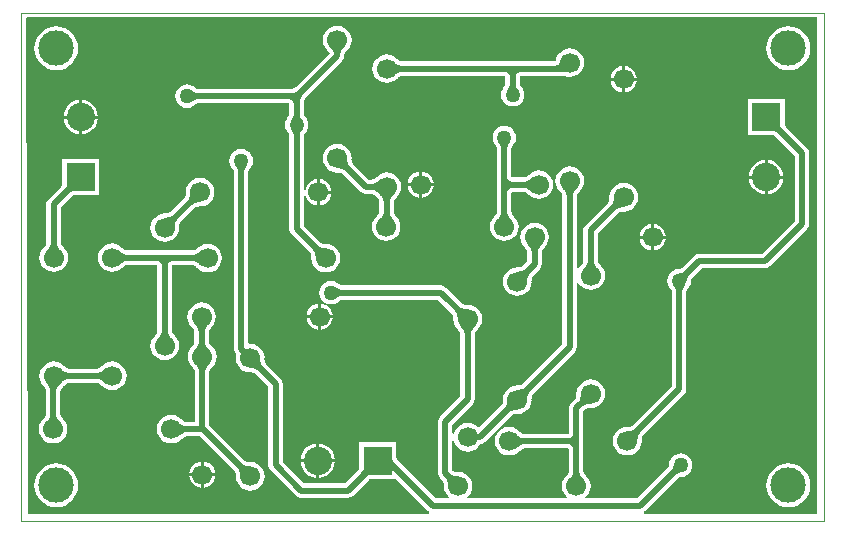
<source format=gbl>
G04 Layer_Physical_Order=2*
G04 Layer_Color=13278208*
%FSLAX44Y44*%
%MOMM*%
G71*
G01*
G75*
%ADD14C,0.5000*%
%ADD15C,0.1000*%
%ADD16C,1.7000*%
%ADD17R,2.4000X2.4000*%
%ADD18C,2.4000*%
%ADD19R,2.4000X2.4000*%
%ADD20C,3.0000*%
%ADD21C,1.2700*%
G36*
X401489Y79983D02*
X400982Y79428D01*
X400530Y78830D01*
X400133Y78188D01*
X399789Y77503D01*
X399500Y76775D01*
X399265Y76003D01*
X399085Y75189D01*
X398959Y74331D01*
X398887Y73429D01*
X398870Y72485D01*
X390455Y80900D01*
X391399Y80917D01*
X392301Y80989D01*
X393159Y81115D01*
X393974Y81295D01*
X394745Y81530D01*
X395473Y81819D01*
X396158Y82163D01*
X396800Y82560D01*
X397398Y83012D01*
X397953Y83519D01*
X401489Y79983D01*
D02*
G37*
G36*
X172827Y106601D02*
X172899Y105699D01*
X173025Y104841D01*
X173205Y104027D01*
X173440Y103255D01*
X173729Y102527D01*
X174073Y101842D01*
X174470Y101200D01*
X174922Y100602D01*
X175429Y100047D01*
X171893Y96511D01*
X171338Y97018D01*
X170740Y97470D01*
X170098Y97867D01*
X169413Y98211D01*
X168685Y98500D01*
X167913Y98735D01*
X167099Y98915D01*
X166241Y99041D01*
X165340Y99113D01*
X164395Y99130D01*
X172810Y107545D01*
X172827Y106601D01*
D02*
G37*
G36*
X158815Y116662D02*
X160432Y115222D01*
X160478Y115217D01*
X156723Y111462D01*
X156718Y111508D01*
X156674Y111589D01*
X156592Y111705D01*
X156470Y111855D01*
X155871Y112513D01*
X154922Y113482D01*
X158458Y117018D01*
X158815Y116662D01*
D02*
G37*
G36*
X452515Y68980D02*
X451571Y68963D01*
X450669Y68891D01*
X449811Y68765D01*
X448997Y68585D01*
X448225Y68350D01*
X447497Y68061D01*
X446812Y67717D01*
X446170Y67320D01*
X445572Y66868D01*
X445017Y66361D01*
X441481Y69897D01*
X441988Y70452D01*
X442440Y71050D01*
X442837Y71692D01*
X443181Y72377D01*
X443470Y73105D01*
X443705Y73877D01*
X443885Y74691D01*
X444011Y75549D01*
X444083Y76451D01*
X444100Y77395D01*
X452515Y68980D01*
D02*
G37*
G36*
X442870Y37310D02*
X437870Y29810D01*
X437820Y30760D01*
X437670Y31610D01*
X437420Y32360D01*
X437070Y33010D01*
X436620Y33560D01*
X436070Y34010D01*
X435420Y34360D01*
X434670Y34610D01*
X433820Y34760D01*
X432870Y34810D01*
Y39810D01*
X433820Y39860D01*
X434670Y40010D01*
X435420Y40260D01*
X436070Y40610D01*
X436620Y41060D01*
X437070Y41610D01*
X437420Y42260D01*
X437670Y43010D01*
X437820Y43860D01*
X437870Y44810D01*
X442870Y37310D01*
D02*
G37*
G36*
X390300Y42604D02*
X390989Y42018D01*
X391684Y41501D01*
X392388Y41052D01*
X393100Y40672D01*
X393819Y40362D01*
X394546Y40121D01*
X395281Y39948D01*
X396023Y39845D01*
X396774Y39810D01*
Y34810D01*
X396023Y34776D01*
X395281Y34672D01*
X394546Y34499D01*
X393819Y34258D01*
X393100Y33948D01*
X392388Y33568D01*
X391684Y33119D01*
X390989Y32602D01*
X390300Y32016D01*
X389620Y31360D01*
Y43260D01*
X390300Y42604D01*
D02*
G37*
G36*
X390285Y63900D02*
X389341Y63883D01*
X388439Y63811D01*
X387581Y63685D01*
X386767Y63505D01*
X385995Y63270D01*
X385267Y62981D01*
X384582Y62637D01*
X383940Y62240D01*
X383342Y61788D01*
X382787Y61281D01*
X379251Y64817D01*
X379758Y65372D01*
X380210Y65970D01*
X380607Y66612D01*
X380951Y67297D01*
X381240Y68025D01*
X381475Y68797D01*
X381655Y69611D01*
X381781Y70469D01*
X381853Y71371D01*
X381870Y72315D01*
X390285Y63900D01*
D02*
G37*
G36*
X160765Y269871D02*
X160435Y269451D01*
X160143Y269004D01*
X159890Y268532D01*
X159676Y268034D01*
X159501Y267510D01*
X159365Y266959D01*
X159268Y266383D01*
X159209Y265781D01*
X159190Y265153D01*
X154190D01*
X154171Y265781D01*
X154112Y266383D01*
X154015Y266959D01*
X153879Y267510D01*
X153704Y268034D01*
X153490Y268532D01*
X153237Y269004D01*
X152945Y269451D01*
X152615Y269871D01*
X152245Y270265D01*
X161135D01*
X160765Y269871D01*
D02*
G37*
G36*
X440115Y251070D02*
X439528Y250382D01*
X439011Y249686D01*
X438562Y248982D01*
X438182Y248270D01*
X437872Y247551D01*
X437631Y246824D01*
X437458Y246089D01*
X437355Y245347D01*
X437320Y244596D01*
X432320D01*
X432285Y245347D01*
X432182Y246089D01*
X432010Y246824D01*
X431768Y247551D01*
X431457Y248270D01*
X431078Y248982D01*
X430630Y249686D01*
X430112Y250382D01*
X429525Y251070D01*
X428870Y251750D01*
X440770D01*
X440115Y251070D01*
D02*
G37*
G36*
X643890Y-24130D02*
X497907D01*
X497724Y-23896D01*
X498000Y-22184D01*
X498836Y-21626D01*
X526842Y6380D01*
X526842Y6381D01*
X527106Y6568D01*
X527354Y6718D01*
X527589Y6835D01*
X527811Y6924D01*
X528028Y6989D01*
X528244Y7035D01*
X528466Y7061D01*
X528697Y7069D01*
X528800Y7055D01*
X531371Y7394D01*
X533768Y8386D01*
X535825Y9965D01*
X537404Y12023D01*
X538396Y14419D01*
X538735Y16990D01*
X538396Y19561D01*
X537404Y21957D01*
X535825Y24015D01*
X533768Y25594D01*
X531371Y26586D01*
X528800Y26925D01*
X526229Y26586D01*
X523833Y25594D01*
X521775Y24015D01*
X520196Y21957D01*
X519204Y19561D01*
X518865Y16990D01*
X518879Y16887D01*
X518871Y16656D01*
X518845Y16434D01*
X518799Y16218D01*
X518734Y16001D01*
X518645Y15779D01*
X518528Y15544D01*
X518378Y15296D01*
X518190Y15032D01*
X518190Y15032D01*
X491976Y-11183D01*
X448514D01*
X448106Y-9980D01*
X448928Y-9348D01*
X450852Y-6842D01*
X452061Y-3923D01*
X452473Y-790D01*
X452061Y2343D01*
X450852Y5262D01*
X448928Y7768D01*
X448735Y7917D01*
X448310Y8359D01*
X447871Y8873D01*
X447501Y9371D01*
X447196Y9850D01*
X446950Y10309D01*
X446760Y10751D01*
X446618Y11178D01*
X446520Y11596D01*
X446488Y11827D01*
Y37310D01*
Y62716D01*
X448004Y64233D01*
X448190Y64373D01*
X448555Y64599D01*
X448957Y64801D01*
X449405Y64979D01*
X449903Y65130D01*
X450457Y65253D01*
X451071Y65343D01*
X451745Y65397D01*
X452358Y65408D01*
X452600Y65377D01*
X455733Y65789D01*
X458652Y66998D01*
X461158Y68921D01*
X463082Y71428D01*
X464291Y74347D01*
X464703Y77480D01*
X464291Y80613D01*
X463082Y83532D01*
X461158Y86039D01*
X458652Y87962D01*
X455733Y89171D01*
X452600Y89584D01*
X449467Y89171D01*
X446548Y87962D01*
X444041Y86039D01*
X442118Y83532D01*
X440909Y80613D01*
X440496Y77480D01*
X440528Y77238D01*
X440517Y76625D01*
X440463Y75951D01*
X440373Y75338D01*
X440250Y74783D01*
X440099Y74285D01*
X439921Y73838D01*
X439720Y73435D01*
X439493Y73070D01*
X439353Y72884D01*
X436044Y69576D01*
X434718Y67591D01*
X434253Y65250D01*
Y44178D01*
X434201Y43889D01*
X434132Y43681D01*
X434091Y43604D01*
X434084Y43596D01*
X434076Y43589D01*
X433999Y43548D01*
X433791Y43479D01*
X433502Y43428D01*
X396167D01*
X395936Y43460D01*
X395518Y43558D01*
X395091Y43700D01*
X394649Y43891D01*
X394190Y44136D01*
X393711Y44441D01*
X393213Y44811D01*
X392698Y45250D01*
X392257Y45675D01*
X392108Y45869D01*
X389602Y47792D01*
X386683Y49001D01*
X383550Y49413D01*
X380417Y49001D01*
X377498Y47792D01*
X374991Y45869D01*
X373068Y43362D01*
X371859Y40443D01*
X371446Y37310D01*
X371859Y34177D01*
X373068Y31258D01*
X374991Y28751D01*
X377498Y26828D01*
X380417Y25619D01*
X383550Y25206D01*
X386683Y25619D01*
X389602Y26828D01*
X392108Y28751D01*
X392257Y28945D01*
X392699Y29371D01*
X393213Y29809D01*
X393711Y30179D01*
X394190Y30484D01*
X394649Y30730D01*
X395091Y30920D01*
X395518Y31062D01*
X395936Y31160D01*
X396167Y31193D01*
X433502D01*
X433791Y31141D01*
X433999Y31072D01*
X434076Y31031D01*
X434084Y31024D01*
X434091Y31016D01*
X434132Y30939D01*
X434201Y30731D01*
X434253Y30442D01*
Y11827D01*
X434220Y11596D01*
X434122Y11178D01*
X433980Y10751D01*
X433789Y10309D01*
X433544Y9850D01*
X433239Y9371D01*
X432869Y8873D01*
X432430Y8358D01*
X432005Y7917D01*
X431811Y7768D01*
X429888Y5262D01*
X428679Y2343D01*
X428266Y-790D01*
X428679Y-3923D01*
X429888Y-6842D01*
X431811Y-9348D01*
X432634Y-9980D01*
X432226Y-11183D01*
X348514D01*
X348106Y-9980D01*
X348928Y-9348D01*
X350852Y-6842D01*
X352061Y-3923D01*
X352473Y-790D01*
X352061Y2343D01*
X350852Y5262D01*
X348928Y7768D01*
X346422Y9692D01*
X343503Y10901D01*
X340370Y11314D01*
X340128Y11282D01*
X339515Y11293D01*
X338841Y11347D01*
X338228Y11437D01*
X337673Y11560D01*
X337175Y11711D01*
X336728Y11889D01*
X336325Y12091D01*
X335960Y12317D01*
X335774Y12457D01*
X335527Y12704D01*
Y37321D01*
X336769Y37517D01*
X337978Y34598D01*
X339902Y32092D01*
X342408Y30168D01*
X345327Y28959D01*
X348460Y28547D01*
X351593Y28959D01*
X354512Y30168D01*
X357019Y32092D01*
X358940Y34596D01*
X360961Y34998D01*
X362946Y36324D01*
X385774Y59152D01*
X385960Y59293D01*
X386325Y59520D01*
X386727Y59721D01*
X387175Y59899D01*
X387673Y60050D01*
X388227Y60173D01*
X388841Y60263D01*
X389515Y60317D01*
X390128Y60328D01*
X390370Y60297D01*
X393503Y60709D01*
X396422Y61918D01*
X398928Y63842D01*
X400852Y66348D01*
X402061Y69267D01*
X402473Y72400D01*
X402442Y72642D01*
X402453Y73254D01*
X402507Y73929D01*
X402597Y74542D01*
X402720Y75097D01*
X402871Y75595D01*
X403049Y76042D01*
X403251Y76445D01*
X403477Y76810D01*
X403618Y76996D01*
X439146Y112524D01*
X440472Y114509D01*
X440938Y116850D01*
Y171193D01*
X441501Y171305D01*
X442207Y171312D01*
X444041Y168922D01*
X446548Y166998D01*
X449467Y165789D01*
X452600Y165376D01*
X455733Y165789D01*
X458652Y166998D01*
X461158Y168922D01*
X463082Y171428D01*
X464291Y174347D01*
X464703Y177480D01*
X464291Y180613D01*
X463082Y183532D01*
X461158Y186038D01*
X460965Y186187D01*
X460540Y186628D01*
X460101Y187143D01*
X459731Y187641D01*
X459426Y188120D01*
X459180Y188579D01*
X458990Y189021D01*
X458848Y189448D01*
X458750Y189866D01*
X458717Y190097D01*
Y213376D01*
X475944Y230602D01*
X476130Y230743D01*
X476495Y230970D01*
X476898Y231171D01*
X477345Y231349D01*
X477843Y231500D01*
X478397Y231623D01*
X479011Y231713D01*
X479686Y231767D01*
X480298Y231778D01*
X480540Y231747D01*
X483673Y232159D01*
X486592Y233368D01*
X489099Y235292D01*
X491022Y237798D01*
X492231Y240717D01*
X492644Y243850D01*
X492231Y246983D01*
X491022Y249902D01*
X489099Y252409D01*
X486592Y254332D01*
X483673Y255541D01*
X480540Y255954D01*
X477407Y255541D01*
X474488Y254332D01*
X471982Y252409D01*
X470058Y249902D01*
X468849Y246983D01*
X468437Y243850D01*
X468468Y243608D01*
X468457Y242995D01*
X468403Y242321D01*
X468313Y241708D01*
X468190Y241153D01*
X468039Y240655D01*
X467861Y240208D01*
X467659Y239805D01*
X467433Y239440D01*
X467293Y239254D01*
X448274Y220236D01*
X446948Y218251D01*
X446483Y215910D01*
Y190097D01*
X446450Y189866D01*
X446352Y189448D01*
X446210Y189021D01*
X446020Y188579D01*
X445774Y188120D01*
X445469Y187641D01*
X445099Y187143D01*
X444660Y186628D01*
X444235Y186187D01*
X444041Y186038D01*
X442207Y183648D01*
X441501Y183655D01*
X440938Y183767D01*
Y245203D01*
X440970Y245434D01*
X441068Y245852D01*
X441210Y246279D01*
X441400Y246721D01*
X441646Y247180D01*
X441951Y247659D01*
X442321Y248157D01*
X442760Y248672D01*
X443185Y249113D01*
X443378Y249261D01*
X445302Y251768D01*
X446511Y254687D01*
X446923Y257820D01*
X446511Y260953D01*
X445302Y263872D01*
X443378Y266378D01*
X440872Y268302D01*
X437953Y269511D01*
X434820Y269923D01*
X431687Y269511D01*
X428768Y268302D01*
X426261Y266378D01*
X424338Y263872D01*
X423129Y260953D01*
X422716Y257820D01*
X423129Y254687D01*
X424338Y251768D01*
X426261Y249261D01*
X426455Y249113D01*
X426880Y248672D01*
X427319Y248157D01*
X427689Y247659D01*
X427994Y247181D01*
X428240Y246721D01*
X428430Y246279D01*
X428572Y245852D01*
X428670Y245434D01*
X428703Y245203D01*
Y119384D01*
X394966Y85647D01*
X394780Y85507D01*
X394415Y85281D01*
X394012Y85079D01*
X393565Y84901D01*
X393067Y84750D01*
X392513Y84627D01*
X391899Y84537D01*
X391225Y84483D01*
X390612Y84472D01*
X390370Y84503D01*
X387237Y84091D01*
X384318Y82882D01*
X381811Y80958D01*
X379888Y78452D01*
X378679Y75533D01*
X378266Y72400D01*
X378298Y72158D01*
X378287Y71546D01*
X378233Y70871D01*
X378143Y70258D01*
X378020Y69703D01*
X377869Y69205D01*
X377691Y68758D01*
X377490Y68355D01*
X377263Y67990D01*
X377123Y67804D01*
X358354Y49036D01*
X357087Y49119D01*
X357019Y49208D01*
X354512Y51132D01*
X351593Y52341D01*
X348460Y52754D01*
X345327Y52341D01*
X342408Y51132D01*
X339902Y49208D01*
X337978Y46702D01*
X336769Y43783D01*
X335527Y43979D01*
Y51286D01*
X352786Y68544D01*
X354112Y70529D01*
X354577Y72870D01*
Y128033D01*
X354610Y128264D01*
X354708Y128682D01*
X354850Y129109D01*
X355041Y129551D01*
X355286Y130010D01*
X355591Y130489D01*
X355961Y130987D01*
X356400Y131502D01*
X356825Y131943D01*
X357019Y132092D01*
X358942Y134598D01*
X360151Y137517D01*
X360564Y140650D01*
X360151Y143783D01*
X358942Y146702D01*
X357019Y149208D01*
X354512Y151132D01*
X351593Y152341D01*
X348460Y152753D01*
X348218Y152722D01*
X347606Y152733D01*
X346931Y152787D01*
X346318Y152877D01*
X345763Y153000D01*
X345265Y153151D01*
X344818Y153329D01*
X344415Y153531D01*
X344050Y153757D01*
X343864Y153897D01*
X330396Y167366D01*
X328411Y168692D01*
X326070Y169158D01*
X241777D01*
X241776Y169158D01*
X241457Y169212D01*
X241176Y169281D01*
X240928Y169364D01*
X240707Y169459D01*
X240508Y169565D01*
X240323Y169686D01*
X240147Y169825D01*
X239978Y169983D01*
X239915Y170065D01*
X237857Y171644D01*
X235461Y172637D01*
X232890Y172975D01*
X230319Y172637D01*
X227922Y171644D01*
X225865Y170065D01*
X224286Y168008D01*
X223294Y165611D01*
X222955Y163040D01*
X223294Y160469D01*
X224286Y158073D01*
X225865Y156015D01*
X227922Y154436D01*
X230319Y153444D01*
X232890Y153105D01*
X235461Y153444D01*
X237857Y154436D01*
X239915Y156015D01*
X239978Y156097D01*
X240147Y156255D01*
X240323Y156394D01*
X240508Y156515D01*
X240707Y156621D01*
X240928Y156716D01*
X241176Y156799D01*
X241457Y156869D01*
X241776Y156922D01*
X241777Y156923D01*
X323536D01*
X335213Y145246D01*
X335353Y145060D01*
X335579Y144695D01*
X335781Y144292D01*
X335959Y143845D01*
X336110Y143347D01*
X336233Y142793D01*
X336323Y142179D01*
X336377Y141505D01*
X336388Y140892D01*
X336357Y140650D01*
X336769Y137517D01*
X337978Y134598D01*
X339902Y132092D01*
X340095Y131943D01*
X340521Y131502D01*
X340959Y130987D01*
X341329Y130489D01*
X341634Y130010D01*
X341880Y129551D01*
X342070Y129109D01*
X342212Y128682D01*
X342310Y128264D01*
X342342Y128033D01*
Y75404D01*
X325084Y58146D01*
X323758Y56161D01*
X323293Y53820D01*
Y10170D01*
X323758Y7829D01*
X325084Y5844D01*
X327123Y3806D01*
X327263Y3620D01*
X327490Y3255D01*
X327691Y2853D01*
X327869Y2405D01*
X328020Y1907D01*
X328143Y1353D01*
X328233Y739D01*
X328287Y65D01*
X328298Y-548D01*
X328266Y-790D01*
X328679Y-3923D01*
X329888Y-6842D01*
X331811Y-9348D01*
X332634Y-9980D01*
X332226Y-11183D01*
X321784D01*
X289514Y21087D01*
X289267Y21378D01*
X288868Y21907D01*
X288541Y22407D01*
X288281Y22877D01*
X288082Y23313D01*
X287939Y23719D01*
X287844Y24095D01*
X287790Y24450D01*
X287763Y24973D01*
X287760Y24985D01*
Y36300D01*
X256760D01*
Y16093D01*
X256722Y15901D01*
X256760Y15710D01*
Y14291D01*
X256467Y13871D01*
X255303Y12494D01*
X244326Y1517D01*
X210024D01*
X192017Y19524D01*
Y86040D01*
X191552Y88381D01*
X190226Y90366D01*
X177558Y103034D01*
X177417Y103220D01*
X177190Y103585D01*
X176989Y103988D01*
X176811Y104435D01*
X176660Y104933D01*
X176537Y105487D01*
X176447Y106101D01*
X176393Y106776D01*
X176382Y107388D01*
X176413Y107630D01*
X176001Y110763D01*
X174792Y113682D01*
X172868Y116188D01*
X170362Y118112D01*
X167443Y119321D01*
X164310Y119733D01*
X163762Y119662D01*
X162808Y120499D01*
Y265913D01*
X162808Y265914D01*
X162861Y266233D01*
X162931Y266514D01*
X163014Y266762D01*
X163109Y266983D01*
X163215Y267182D01*
X163336Y267367D01*
X163475Y267543D01*
X163633Y267712D01*
X163715Y267775D01*
X165294Y269832D01*
X166287Y272229D01*
X166625Y274800D01*
X166287Y277371D01*
X165294Y279767D01*
X163715Y281825D01*
X161658Y283404D01*
X159261Y284396D01*
X156690Y284735D01*
X154119Y284396D01*
X151722Y283404D01*
X149665Y281825D01*
X148086Y279767D01*
X147094Y277371D01*
X146755Y274800D01*
X147094Y272229D01*
X148086Y269832D01*
X149665Y267775D01*
X149747Y267712D01*
X149905Y267543D01*
X150044Y267367D01*
X150164Y267182D01*
X150271Y266983D01*
X150366Y266762D01*
X150449Y266514D01*
X150519Y266233D01*
X150572Y265914D01*
X150573Y265913D01*
Y115250D01*
X151038Y112909D01*
X152364Y110924D01*
X152608Y110680D01*
X152206Y107630D01*
X152619Y104497D01*
X153828Y101578D01*
X155751Y99072D01*
X158258Y97148D01*
X161177Y95939D01*
X164310Y95527D01*
X164552Y95558D01*
X165165Y95547D01*
X165839Y95493D01*
X166452Y95403D01*
X167007Y95280D01*
X167505Y95129D01*
X167952Y94951D01*
X168355Y94749D01*
X168720Y94523D01*
X168906Y94383D01*
X179783Y83506D01*
Y16990D01*
X180248Y14649D01*
X181574Y12664D01*
X203164Y-8926D01*
X205149Y-10252D01*
X207490Y-10718D01*
X246860D01*
X249201Y-10252D01*
X251186Y-8926D01*
X263737Y3625D01*
X264602Y4429D01*
X265290Y4979D01*
X265751Y5300D01*
X267170D01*
X267362Y5262D01*
X267553Y5300D01*
X287760D01*
X287760Y5300D01*
Y5300D01*
X288704Y4595D01*
X314924Y-21626D01*
X315760Y-22184D01*
X316036Y-23896D01*
X315853Y-24130D01*
X-24130D01*
X-25397Y395341D01*
X-24501Y396240D01*
X643890D01*
Y-24130D01*
D02*
G37*
G36*
X480455Y235350D02*
X479510Y235333D01*
X478609Y235261D01*
X477751Y235135D01*
X476937Y234955D01*
X476165Y234720D01*
X475437Y234431D01*
X474752Y234087D01*
X474110Y233690D01*
X473512Y233238D01*
X472957Y232731D01*
X469421Y236267D01*
X469928Y236822D01*
X470380Y237420D01*
X470777Y238062D01*
X471121Y238747D01*
X471410Y239475D01*
X471645Y240247D01*
X471825Y241061D01*
X471951Y241919D01*
X472023Y242820D01*
X472040Y243765D01*
X480455Y235350D01*
D02*
G37*
G36*
X455135Y189953D02*
X455238Y189211D01*
X455410Y188476D01*
X455652Y187749D01*
X455962Y187029D01*
X456342Y186318D01*
X456791Y185614D01*
X457308Y184918D01*
X457895Y184230D01*
X458550Y183550D01*
X446650D01*
X447305Y184230D01*
X447892Y184918D01*
X448410Y185614D01*
X448858Y186318D01*
X449238Y187029D01*
X449548Y187749D01*
X449790Y188476D01*
X449962Y189211D01*
X450065Y189953D01*
X450100Y190704D01*
X455100D01*
X455135Y189953D01*
D02*
G37*
G36*
X353755Y133900D02*
X353168Y133211D01*
X352650Y132516D01*
X352202Y131812D01*
X351823Y131101D01*
X351512Y130381D01*
X351270Y129654D01*
X351098Y128919D01*
X350994Y128176D01*
X350960Y127426D01*
X345960D01*
X345925Y128176D01*
X345822Y128919D01*
X345649Y129654D01*
X345408Y130381D01*
X345098Y131101D01*
X344718Y131812D01*
X344269Y132516D01*
X343752Y133211D01*
X343166Y133900D01*
X342510Y134580D01*
X354410D01*
X353755Y133900D01*
D02*
G37*
G36*
X341432Y151262D02*
X342030Y150810D01*
X342672Y150413D01*
X343357Y150069D01*
X344085Y149780D01*
X344857Y149545D01*
X345671Y149365D01*
X346529Y149239D01*
X347430Y149167D01*
X348375Y149150D01*
X339960Y140735D01*
X339943Y141679D01*
X339871Y142581D01*
X339745Y143439D01*
X339565Y144254D01*
X339330Y145025D01*
X339041Y145753D01*
X338697Y146438D01*
X338300Y147080D01*
X337848Y147678D01*
X337341Y148233D01*
X340877Y151769D01*
X341432Y151262D01*
D02*
G37*
G36*
X237819Y167115D02*
X238239Y166785D01*
X238686Y166493D01*
X239158Y166240D01*
X239656Y166026D01*
X240180Y165851D01*
X240731Y165715D01*
X241307Y165618D01*
X241909Y165560D01*
X242537Y165540D01*
Y160540D01*
X241909Y160521D01*
X241307Y160462D01*
X240731Y160365D01*
X240180Y160229D01*
X239656Y160054D01*
X239158Y159840D01*
X238686Y159587D01*
X238239Y159295D01*
X237819Y158965D01*
X237425Y158595D01*
Y167485D01*
X237819Y167115D01*
D02*
G37*
G36*
X528736Y10640D02*
X528196Y10623D01*
X527665Y10560D01*
X527144Y10450D01*
X526631Y10295D01*
X526127Y10094D01*
X525633Y9847D01*
X525147Y9554D01*
X524671Y9216D01*
X524204Y8831D01*
X523746Y8401D01*
X520211Y11936D01*
X520641Y12394D01*
X521026Y12861D01*
X521364Y13337D01*
X521657Y13823D01*
X521904Y14317D01*
X522105Y14821D01*
X522260Y15333D01*
X522369Y15855D01*
X522433Y16386D01*
X522450Y16926D01*
X528736Y10640D01*
D02*
G37*
G36*
X267362Y8831D02*
X266973Y9113D01*
X266513Y9255D01*
X265983D01*
X265382Y9113D01*
X264710Y8831D01*
X263967Y8406D01*
X263154Y7840D01*
X262270Y7133D01*
X260291Y5295D01*
X256755Y8831D01*
X257745Y9856D01*
X259300Y11694D01*
X259866Y12507D01*
X260291Y13250D01*
X260573Y13922D01*
X260715Y14523D01*
Y15053D01*
X260573Y15513D01*
X260291Y15901D01*
X267362Y8831D01*
D02*
G37*
G36*
X333342Y9822D02*
X333940Y9370D01*
X334582Y8973D01*
X335267Y8629D01*
X335995Y8340D01*
X336767Y8105D01*
X337581Y7925D01*
X338439Y7799D01*
X339341Y7727D01*
X340285Y7710D01*
X331870Y-705D01*
X331853Y239D01*
X331781Y1141D01*
X331655Y1999D01*
X331475Y2813D01*
X331240Y3585D01*
X330951Y4313D01*
X330607Y4998D01*
X330210Y5640D01*
X329758Y6238D01*
X329251Y6793D01*
X332787Y10329D01*
X333342Y9822D01*
D02*
G37*
G36*
X442905Y11683D02*
X443008Y10941D01*
X443181Y10206D01*
X443422Y9479D01*
X443732Y8759D01*
X444112Y8048D01*
X444561Y7344D01*
X445078Y6648D01*
X445664Y5961D01*
X446320Y5280D01*
X434420D01*
X435075Y5961D01*
X435662Y6648D01*
X436180Y7344D01*
X436628Y8048D01*
X437007Y8759D01*
X437318Y9479D01*
X437560Y10206D01*
X437732Y10941D01*
X437836Y11683D01*
X437870Y12434D01*
X442870D01*
X442905Y11683D01*
D02*
G37*
G36*
X284235Y24090D02*
X284342Y23387D01*
X284520Y22683D01*
X284770Y21978D01*
X285091Y21271D01*
X285483Y20563D01*
X285946Y19855D01*
X286481Y19145D01*
X287087Y18433D01*
X287765Y17721D01*
Y10649D01*
X287087Y11291D01*
X286481Y11791D01*
X285946Y12147D01*
X285483Y12361D01*
X285091Y12432D01*
X284770Y12361D01*
X284520Y12147D01*
X284342Y11791D01*
X284235Y11291D01*
X284199Y10649D01*
Y24792D01*
X284235Y24090D01*
D02*
G37*
%LPC*%
G36*
X620000Y18590D02*
X616373Y18232D01*
X612886Y17175D01*
X609672Y15457D01*
X606855Y13145D01*
X604543Y10328D01*
X602826Y7114D01*
X601768Y3627D01*
X601410Y0D01*
X601768Y-3627D01*
X602826Y-7114D01*
X604543Y-10328D01*
X606855Y-13145D01*
X609672Y-15457D01*
X612886Y-17175D01*
X616373Y-18232D01*
X620000Y-18590D01*
X623627Y-18232D01*
X627114Y-17175D01*
X630328Y-15457D01*
X633145Y-13145D01*
X635457Y-10328D01*
X637174Y-7114D01*
X638232Y-3627D01*
X638590Y0D01*
X638232Y3627D01*
X637174Y7114D01*
X635457Y10328D01*
X633145Y13145D01*
X630328Y15457D01*
X627114Y17175D01*
X623627Y18232D01*
X620000Y18590D01*
D02*
G37*
G36*
X405140Y222134D02*
X402007Y221721D01*
X399088Y220512D01*
X396581Y218589D01*
X394658Y216082D01*
X393449Y213163D01*
X393036Y210030D01*
X393449Y206897D01*
X394658Y203978D01*
X396581Y201472D01*
X396775Y201323D01*
X397201Y200882D01*
X397639Y200367D01*
X398009Y199869D01*
X398314Y199391D01*
X398560Y198931D01*
X398750Y198489D01*
X398892Y198062D01*
X398990Y197644D01*
X399022Y197413D01*
Y189704D01*
X394966Y185647D01*
X394780Y185507D01*
X394415Y185280D01*
X394012Y185079D01*
X393565Y184901D01*
X393067Y184750D01*
X392513Y184627D01*
X391899Y184537D01*
X391225Y184483D01*
X390612Y184472D01*
X390370Y184503D01*
X387237Y184091D01*
X384318Y182882D01*
X381811Y180958D01*
X379888Y178452D01*
X378679Y175533D01*
X378266Y172400D01*
X378679Y169267D01*
X379888Y166348D01*
X381811Y163841D01*
X384318Y161918D01*
X387237Y160709D01*
X390370Y160296D01*
X393503Y160709D01*
X396422Y161918D01*
X398928Y163841D01*
X400852Y166348D01*
X402061Y169267D01*
X402473Y172400D01*
X402442Y172642D01*
X402453Y173255D01*
X402507Y173929D01*
X402597Y174542D01*
X402720Y175097D01*
X402871Y175595D01*
X403049Y176042D01*
X403251Y176445D01*
X403477Y176810D01*
X403617Y176996D01*
X409466Y182844D01*
X410792Y184829D01*
X411258Y187170D01*
Y197413D01*
X411290Y197644D01*
X411388Y198062D01*
X411530Y198489D01*
X411721Y198931D01*
X411966Y199390D01*
X412271Y199869D01*
X412641Y200367D01*
X413080Y200882D01*
X413505Y201323D01*
X413699Y201472D01*
X415622Y203978D01*
X416831Y206897D01*
X417243Y210030D01*
X416831Y213163D01*
X415622Y216082D01*
X413699Y218589D01*
X411192Y220512D01*
X408273Y221721D01*
X405140Y222134D01*
D02*
G37*
G36*
X134638Y7630D02*
X124940D01*
Y-2068D01*
X126552Y-1856D01*
X129238Y-743D01*
X131544Y1026D01*
X133313Y3332D01*
X134426Y6018D01*
X134638Y7630D01*
D02*
G37*
G36*
X0Y18590D02*
X-3627Y18232D01*
X-7114Y17175D01*
X-10328Y15457D01*
X-13145Y13145D01*
X-15457Y10328D01*
X-17175Y7114D01*
X-18232Y3627D01*
X-18590Y0D01*
X-18232Y-3627D01*
X-17175Y-7114D01*
X-15457Y-10328D01*
X-13145Y-13145D01*
X-10328Y-15457D01*
X-7114Y-17175D01*
X-3627Y-18232D01*
X0Y-18590D01*
X3627Y-18232D01*
X7114Y-17175D01*
X10328Y-15457D01*
X13145Y-13145D01*
X15457Y-10328D01*
X17175Y-7114D01*
X18232Y-3627D01*
X18590Y0D01*
X18232Y3627D01*
X17175Y7114D01*
X15457Y10328D01*
X13145Y13145D01*
X10328Y15457D01*
X7114Y17175D01*
X3627Y18232D01*
X0Y18590D01*
D02*
G37*
G36*
X47470Y204823D02*
X44337Y204411D01*
X41418Y203202D01*
X38911Y201278D01*
X36988Y198772D01*
X35779Y195853D01*
X35366Y192720D01*
X35779Y189587D01*
X36988Y186668D01*
X38911Y184161D01*
X41418Y182238D01*
X44337Y181029D01*
X47470Y180616D01*
X50603Y181029D01*
X53522Y182238D01*
X56028Y184161D01*
X56177Y184355D01*
X56618Y184781D01*
X57133Y185219D01*
X57631Y185589D01*
X58110Y185894D01*
X58569Y186140D01*
X59011Y186330D01*
X59438Y186472D01*
X59856Y186570D01*
X60087Y186602D01*
X85052D01*
X85341Y186551D01*
X85549Y186482D01*
X85626Y186441D01*
X85634Y186434D01*
X85641Y186426D01*
X85682Y186349D01*
X85751Y186141D01*
X85802Y185852D01*
Y130737D01*
X85770Y130506D01*
X85672Y130088D01*
X85530Y129661D01*
X85339Y129219D01*
X85094Y128760D01*
X84789Y128281D01*
X84419Y127783D01*
X83980Y127268D01*
X83555Y126827D01*
X83362Y126678D01*
X81438Y124172D01*
X80229Y121253D01*
X79816Y118120D01*
X80229Y114987D01*
X81438Y112068D01*
X83362Y109562D01*
X85868Y107638D01*
X88787Y106429D01*
X91920Y106017D01*
X95053Y106429D01*
X97972Y107638D01*
X100478Y109562D01*
X102402Y112068D01*
X103611Y114987D01*
X104024Y118120D01*
X103611Y121253D01*
X102402Y124172D01*
X100478Y126678D01*
X100285Y126827D01*
X99860Y127268D01*
X99421Y127783D01*
X99051Y128281D01*
X98746Y128760D01*
X98500Y129219D01*
X98310Y129661D01*
X98168Y130088D01*
X98070Y130506D01*
X98038Y130737D01*
Y185852D01*
X98089Y186141D01*
X98158Y186349D01*
X98199Y186426D01*
X98206Y186434D01*
X98214Y186441D01*
X98291Y186482D01*
X98499Y186551D01*
X98788Y186602D01*
X115521D01*
X115750Y186569D01*
X116146Y186472D01*
X116545Y186334D01*
X116951Y186147D01*
X117372Y185908D01*
X117808Y185607D01*
X118261Y185241D01*
X118728Y184802D01*
X119282Y184210D01*
X119376Y184141D01*
X119721Y183692D01*
X122228Y181768D01*
X125147Y180559D01*
X128280Y180147D01*
X131413Y180559D01*
X134332Y181768D01*
X136839Y183692D01*
X138762Y186198D01*
X139971Y189117D01*
X140384Y192250D01*
X139971Y195383D01*
X138762Y198302D01*
X136839Y200809D01*
X134332Y202732D01*
X131413Y203941D01*
X128280Y204354D01*
X125147Y203941D01*
X122228Y202732D01*
X120410Y201337D01*
X120211Y201224D01*
X119815Y200880D01*
X119721Y200809D01*
X119700Y200781D01*
X119561Y200660D01*
X118999Y200225D01*
X118457Y199856D01*
X117936Y199550D01*
X117439Y199303D01*
X116963Y199110D01*
X116508Y198967D01*
X116068Y198869D01*
X115838Y198838D01*
X60087D01*
X59856Y198870D01*
X59438Y198968D01*
X59011Y199110D01*
X58569Y199300D01*
X58110Y199546D01*
X57631Y199851D01*
X57133Y200221D01*
X56618Y200660D01*
X56177Y201085D01*
X56028Y201278D01*
X53522Y203202D01*
X50603Y204411D01*
X47470Y204823D01*
D02*
G37*
G36*
X616690Y327130D02*
X585690D01*
Y296130D01*
X605897D01*
X606088Y296092D01*
X606280Y296130D01*
X607699D01*
X608119Y295837D01*
X609496Y294673D01*
X625552Y278616D01*
Y223994D01*
X597386Y195828D01*
X544040D01*
X541699Y195362D01*
X539714Y194036D01*
X529488Y183810D01*
X529488Y183809D01*
X529224Y183622D01*
X528976Y183472D01*
X528741Y183355D01*
X528519Y183266D01*
X528302Y183201D01*
X528086Y183155D01*
X527864Y183129D01*
X527633Y183121D01*
X527530Y183135D01*
X524959Y182796D01*
X522562Y181804D01*
X520505Y180225D01*
X518926Y178167D01*
X517934Y175771D01*
X517595Y173200D01*
X517934Y170629D01*
X518926Y168232D01*
X520505Y166175D01*
X520587Y166112D01*
X520745Y165943D01*
X520884Y165767D01*
X521004Y165582D01*
X521111Y165383D01*
X521206Y165162D01*
X521289Y164914D01*
X521359Y164633D01*
X521412Y164314D01*
X521413Y164313D01*
Y83824D01*
X488146Y50557D01*
X487960Y50417D01*
X487595Y50191D01*
X487192Y49989D01*
X486745Y49811D01*
X486247Y49660D01*
X485693Y49537D01*
X485079Y49447D01*
X484405Y49393D01*
X483792Y49382D01*
X483550Y49413D01*
X480417Y49001D01*
X477498Y47792D01*
X474991Y45869D01*
X473068Y43362D01*
X471859Y40443D01*
X471446Y37310D01*
X471859Y34177D01*
X473068Y31258D01*
X474991Y28751D01*
X477498Y26828D01*
X480417Y25619D01*
X483550Y25206D01*
X486683Y25619D01*
X489602Y26828D01*
X492108Y28751D01*
X494032Y31258D01*
X495241Y34177D01*
X495653Y37310D01*
X495622Y37552D01*
X495633Y38165D01*
X495687Y38839D01*
X495777Y39452D01*
X495900Y40007D01*
X496051Y40505D01*
X496229Y40952D01*
X496431Y41355D01*
X496657Y41720D01*
X496797Y41906D01*
X531856Y76964D01*
X533182Y78949D01*
X533647Y81290D01*
Y164313D01*
X533648Y164314D01*
X533702Y164633D01*
X533771Y164914D01*
X533854Y165162D01*
X533949Y165383D01*
X534055Y165582D01*
X534176Y165767D01*
X534315Y165943D01*
X534473Y166112D01*
X534555Y166175D01*
X536134Y168232D01*
X537127Y170629D01*
X537465Y173200D01*
X537451Y173303D01*
X537459Y173534D01*
X537485Y173756D01*
X537531Y173972D01*
X537596Y174189D01*
X537685Y174412D01*
X537802Y174646D01*
X537952Y174894D01*
X538139Y175158D01*
X538140Y175158D01*
X546574Y183592D01*
X599920D01*
X602261Y184058D01*
X604246Y185384D01*
X635996Y217134D01*
X637322Y219119D01*
X637788Y221460D01*
Y281150D01*
X637322Y283491D01*
X635996Y285476D01*
X618365Y303106D01*
X617561Y303972D01*
X617011Y304660D01*
X616690Y305121D01*
Y306540D01*
X616728Y306731D01*
X616690Y306923D01*
Y327130D01*
D02*
G37*
G36*
X516108Y208760D02*
X506410D01*
Y199062D01*
X508022Y199274D01*
X510708Y200387D01*
X513014Y202156D01*
X514783Y204462D01*
X515896Y207148D01*
X516108Y208760D01*
D02*
G37*
G36*
X237970Y288974D02*
X234837Y288561D01*
X231918Y287352D01*
X229412Y285429D01*
X227488Y282922D01*
X226279Y280003D01*
X225867Y276870D01*
X226279Y273737D01*
X227488Y270818D01*
X229412Y268312D01*
X231918Y266388D01*
X234837Y265179D01*
X237970Y264767D01*
X238212Y264798D01*
X238825Y264787D01*
X239499Y264733D01*
X240112Y264643D01*
X240667Y264520D01*
X241165Y264369D01*
X241612Y264191D01*
X242015Y263990D01*
X242380Y263763D01*
X242566Y263623D01*
X257774Y248414D01*
X259759Y247088D01*
X262100Y246623D01*
X267263D01*
X267494Y246590D01*
X267912Y246492D01*
X268339Y246350D01*
X268781Y246159D01*
X269240Y245914D01*
X269719Y245609D01*
X270217Y245239D01*
X270732Y244800D01*
X271173Y244375D01*
X271322Y244181D01*
X271515Y244033D01*
X271940Y243592D01*
X272379Y243077D01*
X272749Y242579D01*
X273054Y242101D01*
X273300Y241641D01*
X273490Y241199D01*
X273632Y240772D01*
X273730Y240354D01*
X273762Y240123D01*
Y231679D01*
X273729Y231450D01*
X273633Y231054D01*
X273493Y230655D01*
X273307Y230249D01*
X273068Y229828D01*
X272768Y229392D01*
X272401Y228939D01*
X271962Y228472D01*
X271370Y227918D01*
X271301Y227824D01*
X270851Y227479D01*
X268928Y224972D01*
X267719Y222053D01*
X267306Y218920D01*
X267719Y215787D01*
X268928Y212868D01*
X270851Y210361D01*
X273358Y208438D01*
X276277Y207229D01*
X279410Y206817D01*
X282543Y207229D01*
X285462Y208438D01*
X287969Y210361D01*
X289892Y212868D01*
X291101Y215787D01*
X291514Y218920D01*
X291101Y222053D01*
X289892Y224972D01*
X288497Y226790D01*
X288384Y226989D01*
X288040Y227385D01*
X287969Y227479D01*
X287941Y227500D01*
X287820Y227639D01*
X287385Y228201D01*
X287016Y228743D01*
X286710Y229264D01*
X286463Y229761D01*
X286270Y230237D01*
X286127Y230693D01*
X286028Y231132D01*
X285998Y231362D01*
Y240123D01*
X286030Y240354D01*
X286128Y240772D01*
X286270Y241199D01*
X286460Y241641D01*
X286706Y242100D01*
X287011Y242579D01*
X287381Y243077D01*
X287820Y243592D01*
X288245Y244033D01*
X288438Y244181D01*
X290362Y246688D01*
X291571Y249607D01*
X291984Y252740D01*
X291571Y255873D01*
X290362Y258792D01*
X288438Y261299D01*
X285932Y263222D01*
X283013Y264431D01*
X279880Y264844D01*
X276747Y264431D01*
X273828Y263222D01*
X271322Y261299D01*
X271173Y261105D01*
X270732Y260679D01*
X270217Y260241D01*
X269719Y259871D01*
X269240Y259566D01*
X268781Y259320D01*
X268339Y259130D01*
X267912Y258988D01*
X267494Y258890D01*
X267263Y258857D01*
X264634D01*
X251217Y272274D01*
X251077Y272460D01*
X250851Y272825D01*
X250649Y273228D01*
X250471Y273675D01*
X250320Y274173D01*
X250197Y274727D01*
X250107Y275341D01*
X250053Y276015D01*
X250042Y276628D01*
X250074Y276870D01*
X249661Y280003D01*
X248452Y282922D01*
X246528Y285429D01*
X244022Y287352D01*
X241103Y288561D01*
X237970Y288974D01*
D02*
G37*
G36*
X503870Y220998D02*
X502258Y220786D01*
X499572Y219673D01*
X497266Y217904D01*
X495497Y215598D01*
X494384Y212912D01*
X494172Y211300D01*
X503870D01*
Y220998D01*
D02*
G37*
G36*
Y208760D02*
X494172D01*
X494384Y207148D01*
X495497Y204462D01*
X497266Y202156D01*
X499572Y200387D01*
X502258Y199274D01*
X503870Y199062D01*
Y208760D01*
D02*
G37*
G36*
X122400Y7630D02*
X112702D01*
X112914Y6018D01*
X114027Y3332D01*
X115796Y1026D01*
X118102Y-743D01*
X120788Y-1856D01*
X122400Y-2068D01*
Y7630D01*
D02*
G37*
G36*
X506410Y220998D02*
Y211300D01*
X516108D01*
X515896Y212912D01*
X514783Y215598D01*
X513014Y217904D01*
X510708Y219673D01*
X508022Y220786D01*
X506410Y220998D01*
D02*
G37*
G36*
X124940Y19868D02*
Y10170D01*
X134638D01*
X134426Y11782D01*
X133313Y14468D01*
X131544Y16774D01*
X129238Y18543D01*
X126552Y19656D01*
X124940Y19868D01*
D02*
G37*
G36*
X122400D02*
X120788Y19656D01*
X118102Y18543D01*
X115796Y16774D01*
X114027Y14468D01*
X112914Y11782D01*
X112702Y10170D01*
X122400D01*
Y19868D01*
D02*
G37*
G36*
X47470Y104824D02*
X44337Y104411D01*
X41418Y103202D01*
X38911Y101278D01*
X38763Y101085D01*
X38322Y100660D01*
X37807Y100221D01*
X37309Y99851D01*
X36830Y99546D01*
X36371Y99300D01*
X35929Y99110D01*
X35502Y98968D01*
X35084Y98870D01*
X34853Y98837D01*
X10557D01*
X10326Y98870D01*
X9908Y98968D01*
X9481Y99110D01*
X9039Y99300D01*
X8580Y99546D01*
X8101Y99851D01*
X7603Y100221D01*
X7088Y100660D01*
X6647Y101085D01*
X6499Y101278D01*
X3992Y103202D01*
X1073Y104411D01*
X-2060Y104824D01*
X-5193Y104411D01*
X-8112Y103202D01*
X-10618Y101278D01*
X-12542Y98772D01*
X-13751Y95853D01*
X-14164Y92720D01*
X-13751Y89587D01*
X-12542Y86668D01*
X-11147Y84850D01*
X-11034Y84651D01*
X-10690Y84255D01*
X-10618Y84162D01*
X-10591Y84140D01*
X-10470Y84001D01*
X-10035Y83439D01*
X-9666Y82897D01*
X-9360Y82376D01*
X-9113Y81879D01*
X-8920Y81403D01*
X-8777Y80948D01*
X-8678Y80508D01*
X-8648Y80278D01*
Y60087D01*
X-8680Y59856D01*
X-8778Y59438D01*
X-8920Y59011D01*
X-9111Y58569D01*
X-9356Y58110D01*
X-9661Y57631D01*
X-10031Y57133D01*
X-10470Y56618D01*
X-10895Y56177D01*
X-11089Y56028D01*
X-13012Y53522D01*
X-14221Y50603D01*
X-14634Y47470D01*
X-14221Y44337D01*
X-13012Y41418D01*
X-11089Y38911D01*
X-8582Y36988D01*
X-5663Y35779D01*
X-2530Y35366D01*
X603Y35779D01*
X3522Y36988D01*
X6029Y38911D01*
X7952Y41418D01*
X9161Y44337D01*
X9574Y47470D01*
X9161Y50603D01*
X7952Y53522D01*
X6029Y56028D01*
X5835Y56177D01*
X5410Y56618D01*
X4971Y57133D01*
X4601Y57631D01*
X4296Y58110D01*
X4050Y58569D01*
X3860Y59011D01*
X3718Y59438D01*
X3620Y59856D01*
X3587Y60087D01*
Y79961D01*
X3620Y80190D01*
X3717Y80586D01*
X3857Y80985D01*
X4043Y81391D01*
X4282Y81812D01*
X4583Y82248D01*
X4949Y82701D01*
X5388Y83168D01*
X5980Y83722D01*
X6049Y83816D01*
X6499Y84162D01*
X6647Y84355D01*
X7089Y84781D01*
X7603Y85219D01*
X8101Y85589D01*
X8580Y85894D01*
X9039Y86140D01*
X9481Y86330D01*
X9908Y86472D01*
X10326Y86570D01*
X10557Y86602D01*
X34853D01*
X35084Y86570D01*
X35502Y86472D01*
X35929Y86330D01*
X36371Y86139D01*
X36830Y85894D01*
X37309Y85589D01*
X37807Y85219D01*
X38322Y84780D01*
X38763Y84355D01*
X38911Y84162D01*
X41418Y82238D01*
X44337Y81029D01*
X47470Y80617D01*
X50603Y81029D01*
X53522Y82238D01*
X56028Y84162D01*
X57952Y86668D01*
X59161Y89587D01*
X59573Y92720D01*
X59161Y95853D01*
X57952Y98772D01*
X56028Y101278D01*
X53522Y103202D01*
X50603Y104411D01*
X47470Y104824D01*
D02*
G37*
G36*
X222730Y35298D02*
Y22070D01*
X235958D01*
X235626Y24596D01*
X234161Y28133D01*
X231830Y31170D01*
X228793Y33501D01*
X225256Y34966D01*
X222730Y35298D01*
D02*
G37*
G36*
X220190D02*
X217664Y34966D01*
X214127Y33501D01*
X211090Y31170D01*
X208759Y28133D01*
X207294Y24596D01*
X206962Y22070D01*
X220190D01*
Y35298D01*
D02*
G37*
G36*
X123200Y154824D02*
X120067Y154411D01*
X117148Y153202D01*
X114642Y151278D01*
X112718Y148772D01*
X111509Y145853D01*
X111096Y142720D01*
X111509Y139587D01*
X112718Y136668D01*
X114642Y134162D01*
X114835Y134013D01*
X115260Y133572D01*
X115699Y133057D01*
X116069Y132559D01*
X116374Y132080D01*
X116620Y131621D01*
X116810Y131179D01*
X116952Y130752D01*
X117050Y130334D01*
X117083Y130103D01*
Y121342D01*
X117051Y121112D01*
X116953Y120673D01*
X116810Y120217D01*
X116617Y119741D01*
X116370Y119244D01*
X116064Y118723D01*
X115695Y118181D01*
X115260Y117619D01*
X115139Y117480D01*
X115112Y117458D01*
X115040Y117365D01*
X114697Y116969D01*
X114583Y116770D01*
X113188Y114952D01*
X111979Y112033D01*
X111566Y108900D01*
X111979Y105767D01*
X113188Y102848D01*
X115112Y100342D01*
X115305Y100193D01*
X115730Y99752D01*
X116169Y99237D01*
X116539Y98739D01*
X116844Y98260D01*
X117090Y97801D01*
X117280Y97359D01*
X117422Y96932D01*
X117520Y96514D01*
X117552Y96283D01*
Y53587D01*
X110087D01*
X109856Y53620D01*
X109438Y53718D01*
X109011Y53860D01*
X108569Y54050D01*
X108110Y54296D01*
X107631Y54601D01*
X107133Y54971D01*
X106618Y55410D01*
X106177Y55835D01*
X106028Y56028D01*
X103522Y57952D01*
X100603Y59161D01*
X97470Y59573D01*
X94337Y59161D01*
X91418Y57952D01*
X88912Y56028D01*
X86988Y53522D01*
X85779Y50603D01*
X85366Y47470D01*
X85779Y44337D01*
X86988Y41418D01*
X88912Y38911D01*
X91418Y36988D01*
X94337Y35779D01*
X97470Y35366D01*
X100603Y35779D01*
X103522Y36988D01*
X106028Y38911D01*
X106177Y39105D01*
X106618Y39530D01*
X107133Y39969D01*
X107631Y40339D01*
X108110Y40644D01*
X108569Y40890D01*
X109011Y41080D01*
X109438Y41222D01*
X109856Y41320D01*
X110087Y41353D01*
X121936D01*
X151062Y12226D01*
X151203Y12040D01*
X151430Y11675D01*
X151631Y11272D01*
X151809Y10825D01*
X151960Y10327D01*
X152083Y9773D01*
X152173Y9159D01*
X152227Y8485D01*
X152238Y7872D01*
X152206Y7630D01*
X152619Y4497D01*
X153828Y1578D01*
X155751Y-928D01*
X158258Y-2852D01*
X161177Y-4061D01*
X164310Y-4473D01*
X167443Y-4061D01*
X170362Y-2852D01*
X172868Y-928D01*
X174792Y1578D01*
X176001Y4497D01*
X176413Y7630D01*
X176001Y10763D01*
X174792Y13682D01*
X172868Y16188D01*
X170362Y18112D01*
X167443Y19321D01*
X164310Y19734D01*
X164068Y19702D01*
X163456Y19713D01*
X162781Y19767D01*
X162168Y19857D01*
X161613Y19980D01*
X161115Y20131D01*
X160668Y20309D01*
X160265Y20511D01*
X159900Y20737D01*
X159714Y20877D01*
X129788Y50804D01*
Y96283D01*
X129820Y96514D01*
X129918Y96932D01*
X130060Y97359D01*
X130251Y97801D01*
X130496Y98260D01*
X130801Y98739D01*
X131171Y99237D01*
X131610Y99752D01*
X132035Y100193D01*
X132228Y100342D01*
X134152Y102848D01*
X135361Y105767D01*
X135773Y108900D01*
X135361Y112033D01*
X134152Y114952D01*
X132228Y117458D01*
X131779Y117804D01*
X131711Y117899D01*
X131118Y118452D01*
X130679Y118919D01*
X130313Y119372D01*
X130012Y119808D01*
X129773Y120229D01*
X129586Y120635D01*
X129447Y121034D01*
X129351Y121430D01*
X129318Y121659D01*
Y130103D01*
X129350Y130334D01*
X129448Y130752D01*
X129590Y131179D01*
X129781Y131621D01*
X130026Y132080D01*
X130331Y132559D01*
X130701Y133057D01*
X131140Y133572D01*
X131565Y134013D01*
X131758Y134162D01*
X133682Y136668D01*
X134891Y139587D01*
X135303Y142720D01*
X134891Y145853D01*
X133682Y148772D01*
X131758Y151278D01*
X129252Y153202D01*
X126333Y154411D01*
X123200Y154824D01*
D02*
G37*
G36*
X234168Y141450D02*
X224470D01*
Y131752D01*
X226082Y131964D01*
X228768Y133077D01*
X231074Y134846D01*
X232843Y137152D01*
X233956Y139838D01*
X234168Y141450D01*
D02*
G37*
G36*
X221930Y153688D02*
X220318Y153476D01*
X217632Y152363D01*
X215326Y150594D01*
X213557Y148288D01*
X212444Y145602D01*
X212232Y143990D01*
X221930D01*
Y153688D01*
D02*
G37*
G36*
X224470D02*
Y143990D01*
X234168D01*
X233956Y145602D01*
X232843Y148288D01*
X231074Y150594D01*
X228768Y152363D01*
X226082Y153476D01*
X224470Y153688D01*
D02*
G37*
G36*
X235958Y19530D02*
X222730D01*
Y6302D01*
X225256Y6634D01*
X228793Y8099D01*
X231830Y10430D01*
X234161Y13467D01*
X235626Y17004D01*
X235958Y19530D01*
D02*
G37*
G36*
X220190D02*
X206962D01*
X207294Y17004D01*
X208759Y13467D01*
X211090Y10430D01*
X214127Y8099D01*
X217664Y6634D01*
X220190Y6302D01*
Y19530D01*
D02*
G37*
G36*
X221930Y141450D02*
X212232D01*
X212444Y139838D01*
X213557Y137152D01*
X215326Y134846D01*
X217632Y133077D01*
X220318Y131964D01*
X221930Y131752D01*
Y141450D01*
D02*
G37*
G36*
X121930Y260233D02*
X118797Y259821D01*
X115878Y258612D01*
X113371Y256688D01*
X111448Y254182D01*
X110239Y251263D01*
X109826Y248130D01*
X109858Y247888D01*
X109847Y247276D01*
X109793Y246601D01*
X109703Y245988D01*
X109580Y245433D01*
X109429Y244935D01*
X109251Y244488D01*
X109050Y244085D01*
X108823Y243720D01*
X108683Y243534D01*
X96516Y231367D01*
X96330Y231227D01*
X95965Y231000D01*
X95562Y230799D01*
X95115Y230621D01*
X94617Y230470D01*
X94063Y230347D01*
X93449Y230257D01*
X92775Y230203D01*
X92162Y230192D01*
X91920Y230224D01*
X88787Y229811D01*
X85868Y228602D01*
X83362Y226679D01*
X81438Y224172D01*
X80229Y221253D01*
X79816Y218120D01*
X80229Y214987D01*
X81438Y212068D01*
X83362Y209562D01*
X85868Y207638D01*
X88787Y206429D01*
X91920Y206017D01*
X95053Y206429D01*
X97972Y207638D01*
X100478Y209562D01*
X102402Y212068D01*
X103611Y214987D01*
X104024Y218120D01*
X103992Y218362D01*
X104003Y218974D01*
X104057Y219649D01*
X104147Y220262D01*
X104270Y220817D01*
X104421Y221315D01*
X104599Y221762D01*
X104801Y222165D01*
X105027Y222530D01*
X105168Y222716D01*
X117334Y234883D01*
X117520Y235023D01*
X117885Y235250D01*
X118287Y235451D01*
X118735Y235629D01*
X119233Y235780D01*
X119787Y235903D01*
X120401Y235993D01*
X121075Y236047D01*
X121688Y236058D01*
X121930Y236026D01*
X125063Y236439D01*
X127982Y237648D01*
X130489Y239571D01*
X132412Y242078D01*
X133621Y244997D01*
X134033Y248130D01*
X133621Y251263D01*
X132412Y254182D01*
X130489Y256688D01*
X127982Y258612D01*
X125063Y259821D01*
X121930Y260233D01*
D02*
G37*
G36*
X615688Y259560D02*
X602460D01*
Y246332D01*
X604986Y246664D01*
X608523Y248129D01*
X611560Y250460D01*
X613891Y253497D01*
X615356Y257034D01*
X615688Y259560D01*
D02*
G37*
G36*
X491508Y342580D02*
X481810D01*
Y332882D01*
X483422Y333094D01*
X486108Y334207D01*
X488414Y335976D01*
X490183Y338282D01*
X491296Y340968D01*
X491508Y342580D01*
D02*
G37*
G36*
X479270D02*
X469572D01*
X469784Y340968D01*
X470897Y338282D01*
X472666Y335976D01*
X474972Y334207D01*
X477658Y333094D01*
X479270Y332882D01*
Y342580D01*
D02*
G37*
G36*
Y354818D02*
X477658Y354606D01*
X474972Y353493D01*
X472666Y351724D01*
X470897Y349418D01*
X469784Y346732D01*
X469572Y345120D01*
X479270D01*
Y354818D01*
D02*
G37*
G36*
X237970Y388974D02*
X234837Y388561D01*
X231918Y387352D01*
X229412Y385429D01*
X227488Y382922D01*
X226279Y380003D01*
X225867Y376870D01*
X226279Y373737D01*
X227488Y370818D01*
X229412Y368312D01*
X229945Y367902D01*
X229998Y367822D01*
X230069Y367775D01*
X230120Y367706D01*
X230564Y367303D01*
X230847Y366995D01*
X231088Y366679D01*
X231294Y366352D01*
X231468Y366004D01*
X231511Y365892D01*
X202978Y337360D01*
X202586Y337046D01*
X202040Y336675D01*
X201483Y336359D01*
X200912Y336094D01*
X200320Y335877D01*
X199703Y335707D01*
X199054Y335583D01*
X198555Y335527D01*
X119857D01*
X119856Y335528D01*
X119537Y335582D01*
X119256Y335651D01*
X119008Y335734D01*
X118787Y335829D01*
X118588Y335935D01*
X118403Y336056D01*
X118227Y336195D01*
X118058Y336353D01*
X117995Y336435D01*
X115938Y338014D01*
X113541Y339007D01*
X110970Y339345D01*
X108399Y339007D01*
X106003Y338014D01*
X103945Y336435D01*
X102366Y334378D01*
X101374Y331981D01*
X101035Y329410D01*
X101374Y326839D01*
X102366Y324442D01*
X103945Y322385D01*
X106003Y320806D01*
X108399Y319814D01*
X110970Y319475D01*
X113541Y319814D01*
X115938Y320806D01*
X117995Y322385D01*
X118058Y322467D01*
X118227Y322625D01*
X118403Y322764D01*
X118588Y322884D01*
X118787Y322991D01*
X119008Y323086D01*
X119256Y323169D01*
X119537Y323239D01*
X119856Y323292D01*
X119857Y323293D01*
X196812D01*
X197101Y323241D01*
X197309Y323172D01*
X197386Y323131D01*
X197394Y323124D01*
X197401Y323116D01*
X197442Y323039D01*
X197511Y322831D01*
X197563Y322542D01*
Y314167D01*
X197562Y314166D01*
X197509Y313847D01*
X197439Y313566D01*
X197356Y313318D01*
X197261Y313097D01*
X197155Y312898D01*
X197034Y312713D01*
X196895Y312537D01*
X196737Y312368D01*
X196655Y312305D01*
X195076Y310247D01*
X194084Y307851D01*
X193745Y305280D01*
X194084Y302709D01*
X195076Y300312D01*
X196655Y298255D01*
X196737Y298192D01*
X196895Y298023D01*
X197034Y297847D01*
X197155Y297662D01*
X197261Y297463D01*
X197356Y297242D01*
X197439Y296994D01*
X197509Y296713D01*
X197562Y296394D01*
X197563Y296393D01*
Y216850D01*
X198028Y214509D01*
X199354Y212524D01*
X215033Y196846D01*
X215173Y196660D01*
X215399Y196295D01*
X215601Y195893D01*
X215779Y195445D01*
X215930Y194947D01*
X216053Y194393D01*
X216143Y193779D01*
X216197Y193105D01*
X216208Y192492D01*
X216176Y192250D01*
X216589Y189117D01*
X217798Y186198D01*
X219722Y183692D01*
X222228Y181768D01*
X225147Y180559D01*
X228280Y180147D01*
X231413Y180559D01*
X234332Y181768D01*
X236838Y183692D01*
X238762Y186198D01*
X239971Y189117D01*
X240383Y192250D01*
X239971Y195383D01*
X238762Y198302D01*
X236838Y200809D01*
X234332Y202732D01*
X231413Y203941D01*
X228280Y204354D01*
X228038Y204322D01*
X227425Y204333D01*
X226751Y204387D01*
X226138Y204477D01*
X225583Y204600D01*
X225085Y204751D01*
X224638Y204929D01*
X224235Y205131D01*
X223870Y205357D01*
X223684Y205497D01*
X209797Y219384D01*
Y245975D01*
X211068Y246058D01*
X211174Y245248D01*
X212287Y242562D01*
X214056Y240256D01*
X216362Y238487D01*
X219048Y237374D01*
X220660Y237162D01*
Y248130D01*
Y259098D01*
X219048Y258886D01*
X216362Y257773D01*
X214056Y256004D01*
X212287Y253698D01*
X211174Y251012D01*
X211068Y250202D01*
X209797Y250285D01*
Y296393D01*
X209798Y296394D01*
X209851Y296713D01*
X209921Y296994D01*
X210004Y297242D01*
X210099Y297463D01*
X210205Y297662D01*
X210326Y297847D01*
X210465Y298023D01*
X210623Y298192D01*
X210705Y298255D01*
X212284Y300312D01*
X213277Y302709D01*
X213615Y305280D01*
X213277Y307851D01*
X212284Y310247D01*
X210705Y312305D01*
X210623Y312368D01*
X210465Y312537D01*
X210326Y312713D01*
X210205Y312898D01*
X210099Y313097D01*
X210004Y313318D01*
X209921Y313566D01*
X209851Y313847D01*
X209798Y314166D01*
X209797Y314167D01*
Y324285D01*
X209853Y324784D01*
X209977Y325433D01*
X210147Y326050D01*
X210364Y326642D01*
X210629Y327213D01*
X210945Y327770D01*
X211316Y328316D01*
X211630Y328708D01*
X242296Y359374D01*
X243622Y361359D01*
X244088Y363700D01*
Y364492D01*
X244118Y364760D01*
X244207Y365216D01*
X244326Y365628D01*
X244472Y366004D01*
X244646Y366352D01*
X244851Y366679D01*
X245092Y366995D01*
X245376Y367303D01*
X245820Y367706D01*
X245871Y367775D01*
X245942Y367822D01*
X245995Y367902D01*
X246528Y368312D01*
X248452Y370818D01*
X249661Y373737D01*
X250074Y376870D01*
X249661Y380003D01*
X248452Y382922D01*
X246528Y385429D01*
X244022Y387352D01*
X241103Y388561D01*
X237970Y388974D01*
D02*
G37*
G36*
X599920Y259560D02*
X586692D01*
X587024Y257034D01*
X588489Y253497D01*
X590820Y250460D01*
X593857Y248129D01*
X597394Y246664D01*
X599920Y246332D01*
Y259560D01*
D02*
G37*
G36*
X602460Y275328D02*
Y262100D01*
X615688D01*
X615356Y264626D01*
X613891Y268163D01*
X611560Y271200D01*
X608523Y273531D01*
X604986Y274996D01*
X602460Y275328D01*
D02*
G37*
G36*
X307350Y265448D02*
X305738Y265236D01*
X303052Y264123D01*
X300746Y262354D01*
X298977Y260048D01*
X297864Y257362D01*
X297652Y255750D01*
X307350D01*
Y265448D01*
D02*
G37*
G36*
X309890D02*
Y255750D01*
X319588D01*
X319376Y257362D01*
X318263Y260048D01*
X316494Y262354D01*
X314188Y264123D01*
X311502Y265236D01*
X309890Y265448D01*
D02*
G37*
G36*
X599920Y275328D02*
X597394Y274996D01*
X593857Y273531D01*
X590820Y271200D01*
X588489Y268163D01*
X587024Y264626D01*
X586692Y262100D01*
X599920D01*
Y275328D01*
D02*
G37*
G36*
X22070Y326128D02*
Y312900D01*
X35298D01*
X34966Y315426D01*
X33501Y318963D01*
X31170Y322000D01*
X28133Y324331D01*
X24596Y325796D01*
X22070Y326128D01*
D02*
G37*
G36*
X19530D02*
X17004Y325796D01*
X13467Y324331D01*
X10430Y322000D01*
X8099Y318963D01*
X6634Y315426D01*
X6302Y312900D01*
X19530D01*
Y326128D01*
D02*
G37*
G36*
X223200Y259098D02*
Y249400D01*
X232898D01*
X232686Y251012D01*
X231573Y253698D01*
X229804Y256004D01*
X227498Y257773D01*
X224812Y258886D01*
X223200Y259098D01*
D02*
G37*
G36*
X0Y388590D02*
X-3627Y388232D01*
X-7114Y387174D01*
X-10328Y385457D01*
X-13145Y383145D01*
X-15457Y380328D01*
X-17175Y377114D01*
X-18232Y373627D01*
X-18590Y370000D01*
X-18232Y366373D01*
X-17175Y362886D01*
X-15457Y359672D01*
X-13145Y356855D01*
X-10328Y354543D01*
X-7114Y352826D01*
X-3627Y351768D01*
X0Y351410D01*
X3627Y351768D01*
X7114Y352826D01*
X10328Y354543D01*
X13145Y356855D01*
X15457Y359672D01*
X17175Y362886D01*
X18232Y366373D01*
X18590Y370000D01*
X18232Y373627D01*
X17175Y377114D01*
X15457Y380328D01*
X13145Y383145D01*
X10328Y385457D01*
X7114Y387174D01*
X3627Y388232D01*
X0Y388590D01*
D02*
G37*
G36*
X379410Y304255D02*
X376839Y303916D01*
X374442Y302924D01*
X372385Y301345D01*
X370806Y299287D01*
X369814Y296891D01*
X369475Y294320D01*
X369814Y291749D01*
X370806Y289352D01*
X372385Y287295D01*
X372467Y287232D01*
X372625Y287063D01*
X372764Y286887D01*
X372884Y286702D01*
X372991Y286503D01*
X373086Y286282D01*
X373169Y286034D01*
X373239Y285753D01*
X373292Y285434D01*
X373293Y285433D01*
Y254480D01*
Y231537D01*
X373260Y231306D01*
X373162Y230888D01*
X373020Y230461D01*
X372830Y230019D01*
X372584Y229560D01*
X372279Y229081D01*
X371909Y228583D01*
X371470Y228068D01*
X371045Y227627D01*
X370852Y227479D01*
X368928Y224972D01*
X367719Y222053D01*
X367307Y218920D01*
X367719Y215787D01*
X368928Y212868D01*
X370852Y210361D01*
X373358Y208438D01*
X376277Y207229D01*
X379410Y206817D01*
X382543Y207229D01*
X385462Y208438D01*
X387968Y210361D01*
X389892Y212868D01*
X391101Y215787D01*
X391513Y218920D01*
X391101Y222053D01*
X389892Y224972D01*
X387968Y227479D01*
X387775Y227627D01*
X387350Y228069D01*
X386911Y228583D01*
X386541Y229081D01*
X386236Y229560D01*
X385990Y230019D01*
X385800Y230461D01*
X385658Y230888D01*
X385560Y231306D01*
X385527Y231537D01*
Y247612D01*
X385579Y247901D01*
X385648Y248109D01*
X385689Y248186D01*
X385696Y248194D01*
X385704Y248201D01*
X385781Y248242D01*
X385989Y248311D01*
X386278Y248363D01*
X396003D01*
X396234Y248330D01*
X396652Y248232D01*
X397079Y248090D01*
X397521Y247899D01*
X397980Y247654D01*
X398459Y247349D01*
X398957Y246979D01*
X399472Y246540D01*
X399913Y246115D01*
X400061Y245921D01*
X402568Y243998D01*
X405487Y242789D01*
X408620Y242376D01*
X411753Y242789D01*
X414672Y243998D01*
X417178Y245921D01*
X419102Y248428D01*
X420311Y251347D01*
X420723Y254480D01*
X420311Y257613D01*
X419102Y260532D01*
X417178Y263039D01*
X414672Y264962D01*
X411753Y266171D01*
X408620Y266583D01*
X405487Y266171D01*
X402568Y264962D01*
X400061Y263039D01*
X399913Y262845D01*
X399472Y262419D01*
X398957Y261981D01*
X398459Y261611D01*
X397980Y261306D01*
X397521Y261060D01*
X397079Y260870D01*
X396652Y260728D01*
X396234Y260630D01*
X396003Y260597D01*
X386278D01*
X385989Y260649D01*
X385781Y260718D01*
X385704Y260759D01*
X385696Y260766D01*
X385689Y260774D01*
X385648Y260851D01*
X385579Y261059D01*
X385527Y261348D01*
Y285433D01*
X385528Y285434D01*
X385582Y285753D01*
X385651Y286034D01*
X385734Y286282D01*
X385829Y286503D01*
X385935Y286702D01*
X386056Y286887D01*
X386195Y287063D01*
X386353Y287232D01*
X386435Y287295D01*
X388014Y289352D01*
X389007Y291749D01*
X389345Y294320D01*
X389007Y296891D01*
X388014Y299287D01*
X386435Y301345D01*
X384378Y302924D01*
X381981Y303916D01*
X379410Y304255D01*
D02*
G37*
G36*
X307350Y253210D02*
X297652D01*
X297864Y251598D01*
X298977Y248912D01*
X300746Y246606D01*
X303052Y244837D01*
X305738Y243724D01*
X307350Y243512D01*
Y253210D01*
D02*
G37*
G36*
X232898Y246860D02*
X223200D01*
Y237162D01*
X224812Y237374D01*
X227498Y238487D01*
X229804Y240256D01*
X231573Y242562D01*
X232686Y245248D01*
X232898Y246860D01*
D02*
G37*
G36*
X434820Y369924D02*
X431687Y369511D01*
X428768Y368302D01*
X426261Y366379D01*
X424338Y363872D01*
X423129Y360953D01*
X422986Y359871D01*
X422895Y359649D01*
X422802Y359174D01*
X422751Y359023D01*
X422731Y358984D01*
X422638Y358943D01*
X422430Y358885D01*
X422248Y358857D01*
X292497D01*
X292266Y358890D01*
X291848Y358988D01*
X291421Y359130D01*
X290979Y359320D01*
X290520Y359566D01*
X290041Y359871D01*
X289543Y360241D01*
X289028Y360680D01*
X288587Y361105D01*
X288438Y361298D01*
X285932Y363222D01*
X283013Y364431D01*
X279880Y364843D01*
X276747Y364431D01*
X273828Y363222D01*
X271322Y361298D01*
X269398Y358792D01*
X268189Y355873D01*
X267777Y352740D01*
X268189Y349607D01*
X269398Y346688D01*
X271322Y344182D01*
X273828Y342258D01*
X276747Y341049D01*
X279880Y340636D01*
X283013Y341049D01*
X285932Y342258D01*
X288438Y344182D01*
X288587Y344375D01*
X289028Y344800D01*
X289543Y345239D01*
X290041Y345609D01*
X290520Y345914D01*
X290979Y346160D01*
X291421Y346350D01*
X291848Y346492D01*
X292266Y346590D01*
X292497Y346623D01*
X379692D01*
X379981Y346571D01*
X380189Y346502D01*
X380266Y346461D01*
X380274Y346454D01*
X380281Y346446D01*
X380322Y346369D01*
X380391Y346161D01*
X380443Y345872D01*
Y339567D01*
X380442Y339566D01*
X380388Y339247D01*
X380319Y338966D01*
X380236Y338718D01*
X380141Y338497D01*
X380035Y338298D01*
X379914Y338113D01*
X379775Y337937D01*
X379617Y337768D01*
X379535Y337705D01*
X377956Y335648D01*
X376964Y333251D01*
X376625Y330680D01*
X376964Y328109D01*
X377956Y325713D01*
X379535Y323655D01*
X381592Y322076D01*
X383989Y321084D01*
X386560Y320745D01*
X389131Y321084D01*
X391527Y322076D01*
X393585Y323655D01*
X395164Y325713D01*
X396157Y328109D01*
X396495Y330680D01*
X396157Y333251D01*
X395164Y335648D01*
X393585Y337705D01*
X393503Y337768D01*
X393345Y337937D01*
X393206Y338113D01*
X393086Y338298D01*
X392979Y338497D01*
X392884Y338718D01*
X392801Y338966D01*
X392731Y339247D01*
X392678Y339566D01*
X392677Y339567D01*
Y345872D01*
X392729Y346161D01*
X392798Y346369D01*
X392839Y346446D01*
X392846Y346454D01*
X392854Y346461D01*
X392931Y346502D01*
X393139Y346571D01*
X393428Y346623D01*
X425461D01*
X428737Y346510D01*
X430328Y346367D01*
X431544Y346186D01*
X431557Y346183D01*
X431687Y346129D01*
X431984Y346090D01*
X432011Y346084D01*
X432031Y346084D01*
X432068Y346079D01*
X432100Y346066D01*
X432163Y346066D01*
X434820Y345717D01*
X437953Y346129D01*
X440872Y347338D01*
X443378Y349262D01*
X445302Y351768D01*
X446511Y354687D01*
X446923Y357820D01*
X446511Y360953D01*
X445302Y363872D01*
X443378Y366379D01*
X440872Y368302D01*
X437953Y369511D01*
X434820Y369924D01*
D02*
G37*
G36*
X620000Y388590D02*
X616373Y388232D01*
X612886Y387174D01*
X609672Y385457D01*
X606855Y383145D01*
X604543Y380328D01*
X602826Y377114D01*
X601768Y373627D01*
X601410Y370000D01*
X601768Y366373D01*
X602826Y362886D01*
X604543Y359672D01*
X606855Y356855D01*
X609672Y354543D01*
X612886Y352826D01*
X616373Y351768D01*
X620000Y351410D01*
X623627Y351768D01*
X627114Y352826D01*
X630328Y354543D01*
X633145Y356855D01*
X635457Y359672D01*
X637174Y362886D01*
X638232Y366373D01*
X638590Y370000D01*
X638232Y373627D01*
X637174Y377114D01*
X635457Y380328D01*
X633145Y383145D01*
X630328Y385457D01*
X627114Y387174D01*
X623627Y388232D01*
X620000Y388590D01*
D02*
G37*
G36*
X319588Y253210D02*
X309890D01*
Y243512D01*
X311502Y243724D01*
X314188Y244837D01*
X316494Y246606D01*
X318263Y248912D01*
X319376Y251598D01*
X319588Y253210D01*
D02*
G37*
G36*
X19530Y310360D02*
X6302D01*
X6634Y307834D01*
X8099Y304297D01*
X10430Y301260D01*
X13467Y298929D01*
X17004Y297464D01*
X19530Y297132D01*
Y310360D01*
D02*
G37*
G36*
X35298D02*
X22070D01*
Y297132D01*
X24596Y297464D01*
X28133Y298929D01*
X31170Y301260D01*
X33501Y304297D01*
X34966Y307834D01*
X35298Y310360D01*
D02*
G37*
G36*
X481810Y354818D02*
Y345120D01*
X491508D01*
X491296Y346732D01*
X490183Y349418D01*
X488414Y351724D01*
X486108Y353493D01*
X483422Y354606D01*
X481810Y354818D01*
D02*
G37*
G36*
X36300Y276330D02*
X5300D01*
Y256123D01*
X5262Y255931D01*
X5300Y255740D01*
Y254321D01*
X5007Y253901D01*
X3843Y252524D01*
X-6386Y242296D01*
X-7712Y240311D01*
X-8177Y237970D01*
Y205337D01*
X-8210Y205106D01*
X-8308Y204688D01*
X-8450Y204261D01*
X-8640Y203819D01*
X-8886Y203360D01*
X-9191Y202881D01*
X-9561Y202383D01*
X-10000Y201868D01*
X-10425Y201427D01*
X-10618Y201278D01*
X-12542Y198772D01*
X-13751Y195853D01*
X-14164Y192720D01*
X-13751Y189587D01*
X-12542Y186668D01*
X-10618Y184161D01*
X-8112Y182238D01*
X-5193Y181029D01*
X-2060Y180616D01*
X1073Y181029D01*
X3992Y182238D01*
X6499Y184161D01*
X8422Y186668D01*
X9631Y189587D01*
X10043Y192720D01*
X9631Y195853D01*
X8422Y198772D01*
X6499Y201278D01*
X6305Y201427D01*
X5879Y201868D01*
X5441Y202383D01*
X5071Y202881D01*
X4766Y203360D01*
X4520Y203819D01*
X4330Y204261D01*
X4188Y204688D01*
X4090Y205106D01*
X4058Y205337D01*
Y235436D01*
X12276Y243655D01*
X13142Y244459D01*
X13830Y245009D01*
X14291Y245330D01*
X15710D01*
X15901Y245292D01*
X16093Y245330D01*
X36300D01*
Y276330D01*
D02*
G37*
%LPD*%
G36*
X410434Y203280D02*
X409848Y202591D01*
X409330Y201896D01*
X408882Y201192D01*
X408503Y200480D01*
X408192Y199761D01*
X407951Y199034D01*
X407778Y198299D01*
X407674Y197556D01*
X407640Y196806D01*
X402640D01*
X402606Y197556D01*
X402502Y198299D01*
X402329Y199034D01*
X402088Y199761D01*
X401777Y200480D01*
X401398Y201192D01*
X400950Y201896D01*
X400432Y202591D01*
X399846Y203280D01*
X399190Y203960D01*
X411090D01*
X410434Y203280D01*
D02*
G37*
G36*
X401489Y179983D02*
X400982Y179428D01*
X400530Y178830D01*
X400133Y178188D01*
X399789Y177503D01*
X399500Y176775D01*
X399265Y176003D01*
X399085Y175189D01*
X398959Y174331D01*
X398887Y173430D01*
X398870Y172485D01*
X390455Y180900D01*
X391399Y180917D01*
X392301Y180989D01*
X393159Y181115D01*
X393974Y181295D01*
X394745Y181530D01*
X395473Y181819D01*
X396158Y182163D01*
X396800Y182560D01*
X397398Y183012D01*
X397953Y183519D01*
X401489Y179983D01*
D02*
G37*
G36*
X121890Y186645D02*
X121256Y187324D01*
X120608Y187932D01*
X119946Y188468D01*
X119270Y188933D01*
X118581Y189326D01*
X117878Y189648D01*
X117161Y189898D01*
X116430Y190077D01*
X115685Y190184D01*
X114926Y190220D01*
X115216Y195220D01*
X115957Y195253D01*
X116697Y195352D01*
X117435Y195518D01*
X118170Y195749D01*
X118905Y196047D01*
X119637Y196410D01*
X120367Y196840D01*
X121096Y197336D01*
X121823Y197898D01*
X122548Y198527D01*
X121890Y186645D01*
D02*
G37*
G36*
X54220Y198015D02*
X54908Y197428D01*
X55604Y196910D01*
X56308Y196462D01*
X57020Y196082D01*
X57739Y195772D01*
X58466Y195530D01*
X59201Y195358D01*
X59943Y195254D01*
X60694Y195220D01*
Y190220D01*
X59943Y190186D01*
X59201Y190082D01*
X58466Y189909D01*
X57739Y189668D01*
X57020Y189357D01*
X56308Y188978D01*
X55604Y188529D01*
X54908Y188012D01*
X54220Y187425D01*
X53540Y186770D01*
Y198670D01*
X54220Y198015D01*
D02*
G37*
G36*
X99420Y190220D02*
X98470Y190170D01*
X97620Y190020D01*
X96870Y189770D01*
X96220Y189420D01*
X95670Y188970D01*
X95220Y188420D01*
X94870Y187770D01*
X94620Y187020D01*
X94470Y186170D01*
X94420Y185220D01*
X89420D01*
X89370Y186170D01*
X89220Y187020D01*
X88970Y187770D01*
X88620Y188420D01*
X88170Y188970D01*
X87620Y189420D01*
X86970Y189770D01*
X86220Y190020D01*
X85370Y190170D01*
X84420Y190220D01*
X91920Y195220D01*
X99420Y190220D01*
D02*
G37*
G36*
X94454Y130594D02*
X94558Y129851D01*
X94731Y129116D01*
X94972Y128389D01*
X95282Y127669D01*
X95662Y126958D01*
X96110Y126254D01*
X96628Y125559D01*
X97214Y124871D01*
X97870Y124190D01*
X85970D01*
X86625Y124871D01*
X87212Y125559D01*
X87730Y126254D01*
X88178Y126958D01*
X88558Y127669D01*
X88868Y128389D01*
X89109Y129116D01*
X89282Y129851D01*
X89385Y130594D01*
X89420Y131344D01*
X94420D01*
X94454Y130594D01*
D02*
G37*
G36*
X612877Y306343D02*
X612735Y305883D01*
Y305353D01*
X612877Y304752D01*
X613159Y304080D01*
X613584Y303337D01*
X614150Y302524D01*
X614857Y301640D01*
X616695Y299660D01*
X613159Y296125D01*
X612134Y297115D01*
X610296Y298671D01*
X609483Y299236D01*
X608740Y299660D01*
X608068Y299943D01*
X607467Y300085D01*
X606937D01*
X606477Y299943D01*
X606088Y299660D01*
X613159Y306731D01*
X612877Y306343D01*
D02*
G37*
G36*
X494669Y44893D02*
X494162Y44338D01*
X493710Y43740D01*
X493313Y43098D01*
X492969Y42413D01*
X492680Y41685D01*
X492445Y40914D01*
X492265Y40099D01*
X492139Y39241D01*
X492067Y38340D01*
X492050Y37395D01*
X483635Y45810D01*
X484580Y45827D01*
X485481Y45899D01*
X486339Y46025D01*
X487154Y46205D01*
X487925Y46440D01*
X488653Y46729D01*
X489338Y47073D01*
X489980Y47470D01*
X490578Y47922D01*
X491133Y48429D01*
X494669Y44893D01*
D02*
G37*
G36*
X531605Y168271D02*
X531275Y167851D01*
X530983Y167404D01*
X530730Y166932D01*
X530516Y166434D01*
X530341Y165910D01*
X530205Y165359D01*
X530108Y164783D01*
X530050Y164181D01*
X530030Y163553D01*
X525030D01*
X525011Y164181D01*
X524952Y164783D01*
X524855Y165359D01*
X524719Y165910D01*
X524544Y166434D01*
X524330Y166932D01*
X524077Y167404D01*
X523785Y167851D01*
X523455Y168271D01*
X523085Y168665D01*
X531975D01*
X531605Y168271D01*
D02*
G37*
G36*
X536119Y178254D02*
X535689Y177796D01*
X535304Y177329D01*
X534966Y176853D01*
X534673Y176367D01*
X534426Y175873D01*
X534225Y175369D01*
X534070Y174856D01*
X533961Y174335D01*
X533897Y173804D01*
X533880Y173263D01*
X527593Y179550D01*
X528134Y179567D01*
X528665Y179631D01*
X529187Y179740D01*
X529699Y179895D01*
X530203Y180096D01*
X530697Y180343D01*
X531183Y180636D01*
X531659Y180974D01*
X532126Y181359D01*
X532584Y181789D01*
X536119Y178254D01*
D02*
G37*
G36*
X273810Y246790D02*
X273130Y247446D01*
X272442Y248032D01*
X271746Y248549D01*
X271042Y248998D01*
X270331Y249377D01*
X269611Y249688D01*
X268884Y249930D01*
X268149Y250102D01*
X267407Y250205D01*
X266656Y250240D01*
Y255240D01*
X267407Y255275D01*
X268149Y255378D01*
X268884Y255550D01*
X269611Y255792D01*
X270331Y256103D01*
X271042Y256482D01*
X271746Y256931D01*
X272442Y257448D01*
X273130Y258034D01*
X273810Y258690D01*
Y246790D01*
D02*
G37*
G36*
X282380Y231984D02*
X282413Y231243D01*
X282512Y230503D01*
X282678Y229765D01*
X282909Y229030D01*
X283207Y228295D01*
X283570Y227563D01*
X284000Y226833D01*
X284496Y226104D01*
X285058Y225377D01*
X285687Y224652D01*
X273805Y225310D01*
X274484Y225944D01*
X275092Y226592D01*
X275628Y227254D01*
X276093Y227930D01*
X276486Y228619D01*
X276808Y229322D01*
X277058Y230040D01*
X277237Y230771D01*
X277344Y231515D01*
X277380Y232274D01*
X282380Y231984D01*
D02*
G37*
G36*
X285175Y245990D02*
X284588Y245301D01*
X284070Y244606D01*
X283622Y243902D01*
X283242Y243190D01*
X282932Y242471D01*
X282691Y241744D01*
X282518Y241009D01*
X282414Y240266D01*
X282380Y239516D01*
X277380D01*
X277346Y240266D01*
X277242Y241009D01*
X277069Y241744D01*
X276828Y242471D01*
X276518Y243190D01*
X276138Y243902D01*
X275690Y244606D01*
X275172Y245301D01*
X274585Y245990D01*
X273930Y246670D01*
X285830D01*
X285175Y245990D01*
D02*
G37*
G36*
X246487Y275840D02*
X246559Y274939D01*
X246685Y274081D01*
X246865Y273267D01*
X247100Y272495D01*
X247389Y271767D01*
X247733Y271082D01*
X248130Y270440D01*
X248582Y269842D01*
X249089Y269287D01*
X245553Y265751D01*
X244998Y266258D01*
X244400Y266710D01*
X243758Y267107D01*
X243073Y267451D01*
X242345Y267740D01*
X241574Y267975D01*
X240759Y268155D01*
X239901Y268281D01*
X239000Y268353D01*
X238055Y268370D01*
X246470Y276785D01*
X246487Y275840D01*
D02*
G37*
G36*
X3545Y86330D02*
X2866Y85696D01*
X2258Y85048D01*
X1722Y84386D01*
X1257Y83710D01*
X864Y83021D01*
X542Y82318D01*
X292Y81601D01*
X113Y80870D01*
X6Y80125D01*
X-30Y79366D01*
X-5030Y79656D01*
X-5063Y80397D01*
X-5162Y81137D01*
X-5328Y81875D01*
X-5559Y82611D01*
X-5857Y83345D01*
X-6220Y84077D01*
X-6650Y84808D01*
X-7146Y85536D01*
X-7708Y86263D01*
X-8336Y86988D01*
X3545Y86330D01*
D02*
G37*
G36*
X4Y59943D02*
X108Y59201D01*
X280Y58466D01*
X522Y57739D01*
X833Y57020D01*
X1212Y56308D01*
X1661Y55604D01*
X2178Y54908D01*
X2765Y54220D01*
X3420Y53540D01*
X-8480D01*
X-7825Y54220D01*
X-7238Y54908D01*
X-6720Y55604D01*
X-6272Y56308D01*
X-5893Y57020D01*
X-5582Y57739D01*
X-5340Y58466D01*
X-5168Y59201D01*
X-5064Y59943D01*
X-5030Y60694D01*
X-30D01*
X4Y59943D01*
D02*
G37*
G36*
X4690Y98014D02*
X5379Y97428D01*
X6074Y96910D01*
X6778Y96462D01*
X7490Y96082D01*
X8209Y95772D01*
X8936Y95531D01*
X9671Y95358D01*
X10414Y95254D01*
X11164Y95220D01*
Y90220D01*
X10414Y90185D01*
X9671Y90082D01*
X8936Y89909D01*
X8209Y89668D01*
X7490Y89358D01*
X6778Y88978D01*
X6074Y88530D01*
X5379Y88012D01*
X4690Y87425D01*
X4010Y86770D01*
Y98670D01*
X4690Y98014D01*
D02*
G37*
G36*
X41400Y86770D02*
X40720Y87425D01*
X40031Y88012D01*
X39336Y88530D01*
X38632Y88978D01*
X37920Y89358D01*
X37201Y89668D01*
X36474Y89909D01*
X35739Y90082D01*
X34997Y90185D01*
X34246Y90220D01*
Y95220D01*
X34997Y95254D01*
X35739Y95358D01*
X36474Y95531D01*
X37201Y95772D01*
X37920Y96082D01*
X38632Y96462D01*
X39336Y96910D01*
X40031Y97428D01*
X40720Y98014D01*
X41400Y98670D01*
Y86770D01*
D02*
G37*
G36*
X104221Y52765D02*
X104909Y52178D01*
X105604Y51660D01*
X106308Y51212D01*
X107020Y50833D01*
X107739Y50522D01*
X108466Y50280D01*
X109201Y50108D01*
X109944Y50005D01*
X110694Y49970D01*
Y44970D01*
X109944Y44935D01*
X109201Y44832D01*
X108466Y44660D01*
X107739Y44418D01*
X107020Y44107D01*
X106308Y43728D01*
X105604Y43280D01*
X104909Y42762D01*
X104221Y42175D01*
X103540Y41520D01*
Y53420D01*
X104221Y52765D01*
D02*
G37*
G36*
X157282Y18242D02*
X157880Y17790D01*
X158522Y17393D01*
X159207Y17049D01*
X159935Y16760D01*
X160707Y16525D01*
X161521Y16345D01*
X162379Y16219D01*
X163281Y16147D01*
X164225Y16130D01*
X155810Y7715D01*
X155793Y8659D01*
X155721Y9561D01*
X155595Y10419D01*
X155415Y11234D01*
X155180Y12005D01*
X154891Y12733D01*
X154547Y13418D01*
X154150Y14060D01*
X153698Y14658D01*
X153191Y15213D01*
X156727Y18749D01*
X157282Y18242D01*
D02*
G37*
G36*
X125736Y121495D02*
X125843Y120751D01*
X126022Y120020D01*
X126272Y119302D01*
X126594Y118599D01*
X126987Y117910D01*
X127452Y117234D01*
X127988Y116572D01*
X128596Y115924D01*
X129275Y115290D01*
X117394Y114632D01*
X118022Y115357D01*
X118584Y116084D01*
X119080Y116812D01*
X119510Y117543D01*
X119873Y118275D01*
X120171Y119010D01*
X120402Y119746D01*
X120568Y120483D01*
X120667Y121223D01*
X120700Y121964D01*
X125700Y122254D01*
X125736Y121495D01*
D02*
G37*
G36*
X128965Y102150D02*
X128378Y101461D01*
X127860Y100766D01*
X127412Y100062D01*
X127032Y99351D01*
X126722Y98631D01*
X126481Y97904D01*
X126308Y97169D01*
X126205Y96426D01*
X126170Y95676D01*
X121170D01*
X121136Y96426D01*
X121032Y97169D01*
X120859Y97904D01*
X120618Y98631D01*
X120308Y99351D01*
X119928Y100062D01*
X119480Y100766D01*
X118962Y101461D01*
X118376Y102150D01*
X117720Y102830D01*
X129620D01*
X128965Y102150D01*
D02*
G37*
G36*
X128495Y135970D02*
X127908Y135281D01*
X127390Y134586D01*
X126942Y133882D01*
X126562Y133170D01*
X126252Y132451D01*
X126011Y131724D01*
X125838Y130989D01*
X125735Y130246D01*
X125700Y129496D01*
X120700D01*
X120666Y130246D01*
X120562Y130989D01*
X120389Y131724D01*
X120148Y132451D01*
X119838Y133170D01*
X119458Y133882D01*
X119010Y134586D01*
X118492Y135281D01*
X117906Y135970D01*
X117250Y136650D01*
X129150D01*
X128495Y135970D01*
D02*
G37*
G36*
X121845Y239630D02*
X120900Y239613D01*
X119999Y239541D01*
X119141Y239415D01*
X118327Y239235D01*
X117555Y239000D01*
X116827Y238711D01*
X116142Y238367D01*
X115500Y237970D01*
X114902Y237518D01*
X114347Y237011D01*
X110811Y240547D01*
X111318Y241102D01*
X111770Y241700D01*
X112167Y242342D01*
X112511Y243027D01*
X112800Y243755D01*
X113035Y244527D01*
X113215Y245341D01*
X113341Y246199D01*
X113413Y247101D01*
X113430Y248045D01*
X121845Y239630D01*
D02*
G37*
G36*
X103039Y225703D02*
X102532Y225148D01*
X102080Y224550D01*
X101683Y223908D01*
X101339Y223223D01*
X101050Y222495D01*
X100815Y221723D01*
X100635Y220909D01*
X100509Y220051D01*
X100437Y219149D01*
X100420Y218205D01*
X92005Y226620D01*
X92949Y226637D01*
X93851Y226709D01*
X94709Y226835D01*
X95524Y227015D01*
X96295Y227250D01*
X97023Y227539D01*
X97708Y227883D01*
X98350Y228280D01*
X98948Y228732D01*
X99503Y229239D01*
X103039Y225703D01*
D02*
G37*
G36*
X206199Y314299D02*
X206258Y313697D01*
X206355Y313121D01*
X206491Y312570D01*
X206666Y312046D01*
X206880Y311548D01*
X207133Y311076D01*
X207425Y310629D01*
X207756Y310209D01*
X208125Y309815D01*
X199235D01*
X199605Y310209D01*
X199935Y310629D01*
X200227Y311076D01*
X200480Y311548D01*
X200694Y312046D01*
X200869Y312570D01*
X201005Y313121D01*
X201102Y313697D01*
X201161Y314299D01*
X201180Y314927D01*
X206180D01*
X206199Y314299D01*
D02*
G37*
G36*
X242858Y369836D02*
X242357Y369292D01*
X241915Y368714D01*
X241531Y368101D01*
X241207Y367453D01*
X240942Y366772D01*
X240735Y366055D01*
X240588Y365305D01*
X240499Y364520D01*
X240470Y363700D01*
X235470D01*
X235441Y364520D01*
X235352Y365305D01*
X235205Y366055D01*
X234998Y366772D01*
X234733Y367453D01*
X234409Y368101D01*
X234025Y368714D01*
X233583Y369292D01*
X233082Y369836D01*
X232522Y370346D01*
X243418D01*
X242858Y369836D01*
D02*
G37*
G36*
X115899Y333485D02*
X116319Y333155D01*
X116766Y332863D01*
X117238Y332610D01*
X117736Y332396D01*
X118260Y332221D01*
X118811Y332085D01*
X119387Y331988D01*
X119989Y331930D01*
X120617Y331910D01*
Y326910D01*
X119989Y326891D01*
X119387Y326832D01*
X118811Y326735D01*
X118260Y326599D01*
X117736Y326424D01*
X117238Y326210D01*
X116766Y325957D01*
X116319Y325665D01*
X115899Y325335D01*
X115505Y324965D01*
Y333855D01*
X115899Y333485D01*
D02*
G37*
G36*
X209715Y331910D02*
X209044Y331188D01*
X208443Y330437D01*
X207912Y329657D01*
X207453Y328847D01*
X207064Y328008D01*
X206746Y327140D01*
X206498Y326243D01*
X206321Y325316D01*
X206215Y324360D01*
X206180Y323374D01*
X201180Y321910D01*
X201130Y322860D01*
X200980Y323710D01*
X200730Y324460D01*
X200380Y325110D01*
X199930Y325660D01*
X199380Y326110D01*
X198730Y326460D01*
X197980Y326710D01*
X197130Y326860D01*
X196180Y326910D01*
X197645Y331910D01*
X198630Y331945D01*
X199586Y332051D01*
X200513Y332228D01*
X201410Y332476D01*
X202278Y332794D01*
X203117Y333183D01*
X203927Y333642D01*
X204707Y334173D01*
X205458Y334774D01*
X206180Y335446D01*
X209715Y331910D01*
D02*
G37*
G36*
X221252Y202862D02*
X221850Y202410D01*
X222492Y202013D01*
X223177Y201669D01*
X223905Y201380D01*
X224677Y201145D01*
X225491Y200965D01*
X226349Y200839D01*
X227250Y200767D01*
X228195Y200750D01*
X219780Y192335D01*
X219763Y193279D01*
X219691Y194181D01*
X219565Y195039D01*
X219385Y195854D01*
X219150Y196625D01*
X218861Y197353D01*
X218517Y198038D01*
X218120Y198680D01*
X217668Y199278D01*
X217161Y199833D01*
X220697Y203369D01*
X221252Y202862D01*
D02*
G37*
G36*
X207756Y300351D02*
X207425Y299931D01*
X207133Y299484D01*
X206880Y299012D01*
X206666Y298514D01*
X206491Y297990D01*
X206355Y297439D01*
X206258Y296863D01*
X206199Y296261D01*
X206180Y295633D01*
X201180D01*
X201161Y296261D01*
X201102Y296863D01*
X201005Y297439D01*
X200869Y297990D01*
X200694Y298514D01*
X200480Y299012D01*
X200227Y299484D01*
X199935Y299931D01*
X199605Y300351D01*
X199235Y300745D01*
X208125D01*
X207756Y300351D01*
D02*
G37*
G36*
X381960Y261030D02*
X382110Y260180D01*
X382360Y259430D01*
X382710Y258780D01*
X383160Y258230D01*
X383710Y257780D01*
X384360Y257430D01*
X385110Y257180D01*
X385960Y257030D01*
X386910Y256980D01*
Y251980D01*
X385960Y251930D01*
X385110Y251780D01*
X384360Y251530D01*
X383710Y251180D01*
X383160Y250730D01*
X382710Y250180D01*
X382360Y249530D01*
X382110Y248780D01*
X381960Y247930D01*
X381910Y246980D01*
X376910Y254480D01*
X381910Y261980D01*
X381960Y261030D01*
D02*
G37*
G36*
X381945Y231394D02*
X382048Y230651D01*
X382220Y229916D01*
X382462Y229189D01*
X382772Y228470D01*
X383152Y227758D01*
X383601Y227054D01*
X384118Y226359D01*
X384705Y225671D01*
X385360Y224990D01*
X373460D01*
X374115Y225671D01*
X374702Y226359D01*
X375219Y227054D01*
X375668Y227758D01*
X376048Y228470D01*
X376358Y229189D01*
X376600Y229916D01*
X376772Y230651D01*
X376875Y231394D01*
X376910Y232144D01*
X381910D01*
X381945Y231394D01*
D02*
G37*
G36*
X383485Y289391D02*
X383155Y288971D01*
X382863Y288524D01*
X382610Y288052D01*
X382396Y287554D01*
X382221Y287030D01*
X382085Y286479D01*
X381988Y285903D01*
X381930Y285301D01*
X381910Y284673D01*
X376910D01*
X376891Y285301D01*
X376832Y285903D01*
X376735Y286479D01*
X376599Y287030D01*
X376424Y287554D01*
X376210Y288052D01*
X375957Y288524D01*
X375665Y288971D01*
X375335Y289391D01*
X374965Y289785D01*
X383855D01*
X383485Y289391D01*
D02*
G37*
G36*
X402550Y248530D02*
X401870Y249186D01*
X401181Y249772D01*
X400486Y250289D01*
X399782Y250738D01*
X399071Y251117D01*
X398351Y251428D01*
X397624Y251670D01*
X396889Y251842D01*
X396147Y251945D01*
X395396Y251980D01*
Y256980D01*
X396147Y257015D01*
X396889Y257118D01*
X397624Y257290D01*
X398351Y257532D01*
X399071Y257843D01*
X399782Y258222D01*
X400486Y258671D01*
X401181Y259188D01*
X401870Y259774D01*
X402550Y260430D01*
Y248530D01*
D02*
G37*
G36*
X286630Y358035D02*
X287318Y357448D01*
X288014Y356931D01*
X288718Y356482D01*
X289429Y356102D01*
X290149Y355792D01*
X290876Y355550D01*
X291611Y355378D01*
X292353Y355275D01*
X293104Y355240D01*
Y350240D01*
X292353Y350205D01*
X291611Y350102D01*
X290876Y349930D01*
X290149Y349688D01*
X289429Y349378D01*
X288718Y348998D01*
X288014Y348549D01*
X287318Y348032D01*
X286630Y347445D01*
X285950Y346790D01*
Y358690D01*
X286630Y358035D01*
D02*
G37*
G36*
X394060Y350240D02*
X393110Y350190D01*
X392260Y350040D01*
X391510Y349790D01*
X390860Y349440D01*
X390310Y348990D01*
X389860Y348440D01*
X389510Y347790D01*
X389260Y347040D01*
X389110Y346190D01*
X389060Y345240D01*
X384060D01*
X384010Y346190D01*
X383860Y347040D01*
X383610Y347790D01*
X383260Y348440D01*
X382810Y348990D01*
X382260Y349440D01*
X381610Y349790D01*
X380860Y350040D01*
X380010Y350190D01*
X379060Y350240D01*
X386560Y355240D01*
X394060Y350240D01*
D02*
G37*
G36*
X432771Y349571D02*
X432187Y349698D01*
X430751Y349912D01*
X428957Y350073D01*
X424295Y350233D01*
X422905Y350240D01*
X421621Y355240D01*
X422438Y355277D01*
X423179Y355389D01*
X423845Y355575D01*
X424435Y355836D01*
X424951Y356171D01*
X425391Y356580D01*
X425755Y357064D01*
X426045Y357622D01*
X426259Y358255D01*
X426397Y358963D01*
X432771Y349571D01*
D02*
G37*
G36*
X389080Y339699D02*
X389138Y339097D01*
X389235Y338521D01*
X389371Y337970D01*
X389546Y337446D01*
X389760Y336948D01*
X390013Y336476D01*
X390305Y336029D01*
X390635Y335609D01*
X391005Y335215D01*
X382115D01*
X382485Y335609D01*
X382815Y336029D01*
X383107Y336476D01*
X383360Y336948D01*
X383574Y337446D01*
X383749Y337970D01*
X383885Y338521D01*
X383982Y339097D01*
X384041Y339699D01*
X384060Y340327D01*
X389060D01*
X389080Y339699D01*
D02*
G37*
G36*
X474Y205194D02*
X578Y204451D01*
X750Y203716D01*
X992Y202989D01*
X1303Y202269D01*
X1682Y201558D01*
X2130Y200854D01*
X2648Y200159D01*
X3234Y199471D01*
X3890Y198790D01*
X-8010D01*
X-7355Y199471D01*
X-6768Y200159D01*
X-6251Y200854D01*
X-5802Y201558D01*
X-5422Y202269D01*
X-5112Y202989D01*
X-4870Y203716D01*
X-4698Y204451D01*
X-4595Y205194D01*
X-4560Y205944D01*
X440D01*
X474Y205194D01*
D02*
G37*
G36*
X15901Y248860D02*
X15513Y249143D01*
X15053Y249285D01*
X14523D01*
X13922Y249143D01*
X13250Y248860D01*
X12507Y248436D01*
X11694Y247871D01*
X10810Y247163D01*
X8831Y245325D01*
X5295Y248860D01*
X6285Y249886D01*
X7840Y251724D01*
X8406Y252537D01*
X8831Y253280D01*
X9113Y253952D01*
X9255Y254553D01*
Y255083D01*
X9113Y255543D01*
X8831Y255931D01*
X15901Y248860D01*
D02*
G37*
D14*
X-2060Y192720D02*
Y237970D01*
X20800Y260830D01*
X-2530Y47470D02*
Y92250D01*
X-2060Y92720D02*
X47470D01*
X123200Y109370D02*
Y142720D01*
Y109370D02*
X123670Y108900D01*
Y48270D02*
Y108900D01*
Y48270D02*
X164310Y7630D01*
X97470Y47470D02*
X122870D01*
X123670Y48270D01*
X164310Y107630D02*
X185900Y86040D01*
X246860Y-4600D02*
X272260Y20800D01*
X185900Y16990D02*
Y86040D01*
Y16990D02*
X207490Y-4600D01*
X246860D01*
X91920Y118120D02*
Y192720D01*
X47470D02*
X91920D01*
X127810D01*
X91920Y218120D02*
X121930Y248130D01*
X203680Y216850D02*
Y305280D01*
Y216850D02*
X228280Y192250D01*
X203680Y305280D02*
Y329410D01*
X110970D02*
X203680D01*
X237970Y363700D01*
Y376870D01*
Y276870D02*
X262100Y252740D01*
X279880D01*
X156690Y115250D02*
X164310Y107630D01*
X156690Y115250D02*
Y274800D01*
X232890Y163040D02*
X326070D01*
X348460Y140650D01*
Y40650D02*
X358620D01*
X390370Y72400D01*
X379410Y254480D02*
X408620D01*
X379410Y218920D02*
Y254480D01*
Y294320D01*
X483550Y37310D02*
X527530Y81290D01*
Y173200D01*
X440370Y65250D02*
X452600Y77480D01*
X383550Y37310D02*
X440370D01*
Y-790D02*
Y37310D01*
Y65250D01*
X348460Y72870D02*
Y140650D01*
X329410Y53820D02*
X348460Y72870D01*
X329410Y10170D02*
Y53820D01*
Y10170D02*
X340370Y-790D01*
X272260Y20800D02*
X281150D01*
X319250Y-17300D01*
X494510D01*
X528800Y16990D01*
X405140Y187170D02*
Y210030D01*
X390370Y172400D02*
X405140Y187170D01*
X452600Y177480D02*
Y215910D01*
X480540Y243850D01*
X429740Y352740D02*
X434820Y357820D01*
X386560Y330680D02*
Y352740D01*
X279880D02*
X386560D01*
X429740D01*
X390370Y72400D02*
X434820Y116850D01*
Y257820D01*
X279880Y219390D02*
Y252740D01*
X279410Y218920D02*
X279880Y219390D01*
X527530Y173200D02*
X544040Y189710D01*
X599920D01*
X631670Y221460D01*
Y281150D01*
X601190Y311630D02*
X631670Y281150D01*
D15*
X-30000Y-30000D02*
X650000D01*
Y400000D01*
X-30000D02*
X650000D01*
X-30000Y-30000D02*
Y400000D01*
D16*
X123670Y108900D02*
D03*
Y8900D02*
D03*
X164310Y107630D02*
D03*
Y7630D02*
D03*
X440370Y-790D02*
D03*
X340370D02*
D03*
X452600Y177480D02*
D03*
Y77480D02*
D03*
X237970Y276870D02*
D03*
Y376870D02*
D03*
X379410Y218920D02*
D03*
X279410D02*
D03*
X434820Y257820D02*
D03*
Y357820D02*
D03*
X390370Y172400D02*
D03*
Y72400D02*
D03*
X47470Y192720D02*
D03*
Y92720D02*
D03*
X91920Y218120D02*
D03*
Y118120D02*
D03*
X97470Y47470D02*
D03*
X-2530D02*
D03*
X-2060Y92720D02*
D03*
Y192720D02*
D03*
X228280Y192250D02*
D03*
X128280D02*
D03*
X221930Y248130D02*
D03*
X121930D02*
D03*
X279880Y352740D02*
D03*
Y252740D02*
D03*
X308620Y254480D02*
D03*
X408620D02*
D03*
X348460Y140650D02*
D03*
Y40650D02*
D03*
X505140Y210030D02*
D03*
X405140D02*
D03*
X483550Y37310D02*
D03*
X383550D02*
D03*
X480540Y343850D02*
D03*
Y243850D02*
D03*
X223200Y142720D02*
D03*
X123200D02*
D03*
D17*
X272260Y20800D02*
D03*
D18*
X221460D02*
D03*
X601190Y260830D02*
D03*
X20800Y311630D02*
D03*
D19*
X601190D02*
D03*
X20800Y260830D02*
D03*
D20*
X0Y0D02*
D03*
X620000Y370000D02*
D03*
Y0D02*
D03*
X0Y370000D02*
D03*
D21*
X203680Y305280D02*
D03*
X110970Y329410D02*
D03*
X386560Y330680D02*
D03*
X156690Y274800D02*
D03*
X232890Y163040D02*
D03*
X379410Y294320D02*
D03*
X527530Y173200D02*
D03*
X528800Y16990D02*
D03*
M02*

</source>
